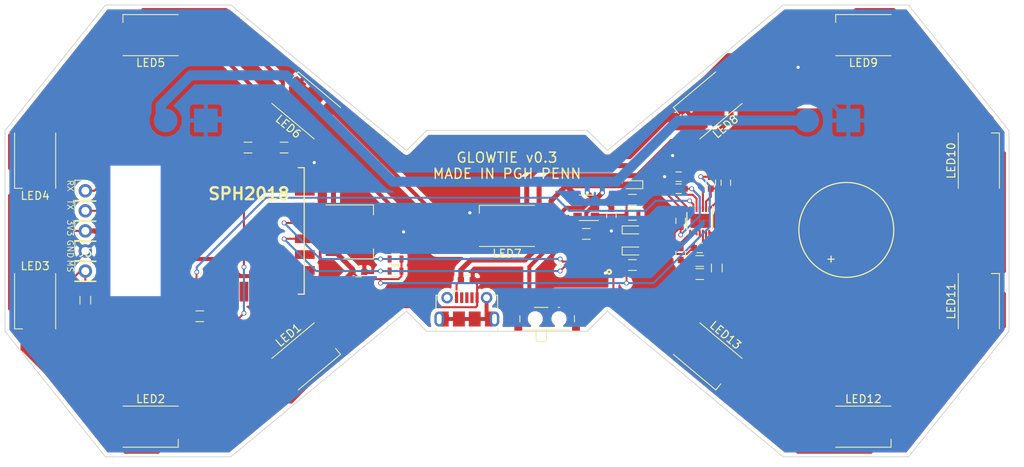
<source format=kicad_pcb>
(kicad_pcb (version 4) (host pcbnew 4.0.7)
  (layers (0 F.Cu signal) (31 B.Cu signal) (34 B.Paste user hide) (35 F.Paste user hide) (36 B.SilkS user) (37 F.SilkS user) (38 B.Mask user) (39 F.Mask user) (44 Edge.Cuts user))
  (net 0 "")
  (net 1 GND)
  (net 2 +3V3)
  (net 3 "Net-(J1-Pad6)")
  (net 4 "Net-(J2-Pad1)")
  (net 5 "Net-(J4-Pad1)")
  (net 6 "Net-(LED1-Pad2)")
  (net 7 "Net-(LED2-Pad2)")
  (net 8 "Net-(LED3-Pad2)")
  (net 9 "Net-(LED4-Pad2)")
  (net 10 "Net-(LED5-Pad2)")
  (net 11 "Net-(LED6-Pad2)")
  (net 12 "Net-(LED7-Pad2)")
  (net 13 "Net-(LED8-Pad2)")
  (net 14 "Net-(LED10-Pad4)")
  (net 15 "Net-(LED10-Pad2)")
  (net 16 "Net-(LED11-Pad2)")
  (net 17 "Net-(LED12-Pad2)")
  (net 18 "Net-(R2-Pad1)")
  (net 19 "Net-(10uF1-Pad1)")
  (net 20 "Net-(10uF2-Pad1)")
  (net 21 "Net-(R470-Pad1)")
  (net 22 "Net-(D1-Pad1)")
  (net 23 "Net-(D2-Pad2)")
  (net 24 +BATT)
  (net 25 "Net-(J5-Pad1)")
  (net 26 LED_SIG)
  (net 27 "Net-(R1-Pad2)")
  (net 28 "Net-(R3-Pad1)")
  (net 29 "Net-(R5-Pad2)")
  (net 30 "Net-(1uF1-Pad1)")
  (net 31 "Net-(10uF5-Pad1)")
  (net 32 "Net-(10uF3-Pad1)")
  (net 33 "Net-(10uF4-Pad1)")
  (net 34 "Net-(10uF5-Pad2)")
  (net 35 "Net-(10uF6-Pad1)")
  (net 36 "Net-(10uF6-Pad2)")
  (net 37 "Net-(R6-Pad1)")
  (net 38 "Net-(R7-Pad1)")
  (net 39 "Net-(R9-Pad2)")
  (net 40 "Net-(R10-Pad2)")
  (net 41 "Net-(U3-Pad2)")
  (net 42 "Net-(D3-Pad2)")
  (net 43 "Net-(D3-Pad1)")
  (module Connectors_USB:USB_Micro-B_Molex-105017-0001 (layer F.Cu) (at 71.12 52.07)
    (fp_text reference J1 hide)
    (fp_text value USB_OTG)
    (pad 6 smd rect (at 1 0.35) (size 1.5 1.9) (layers F.Cu F.Paste F.Mask) (net 3 "Net-(J1-Pad6)"))
    (pad 6 thru_hole circle (at -2.5 -2.35) (size 1.45 1.45) (drill 0.85) (layers *.Cu *.Mask) (net 3 "Net-(J1-Pad6)"))
    (pad 2 smd rect (at -0.65 -2.35) (size 0.4 1.35) (layers F.Cu F.Paste F.Mask))
    (pad 1 smd rect (at -1.3 -2.35) (size 0.4 1.35) (layers F.Cu F.Paste F.Mask) (net 19 "Net-(10uF1-Pad1)"))
    (pad 5 smd rect (at 1.3 -2.35) (size 0.4 1.35) (layers F.Cu F.Paste F.Mask) (net 1 GND))
    (pad 4 smd rect (at 0.65 -2.35) (size 0.4 1.35) (layers F.Cu F.Paste F.Mask))
    (pad 3 smd rect (at 0 -2.35) (size 0.4 1.35) (layers F.Cu F.Paste F.Mask))
    (pad 6 thru_hole circle (at 2.5 -2.35) (size 1.45 1.45) (drill 0.85) (layers *.Cu *.Mask) (net 3 "Net-(J1-Pad6)"))
    (pad 6 smd rect (at -1 0.35) (size 1.5 1.9) (layers F.Cu F.Paste F.Mask) (net 3 "Net-(J1-Pad6)"))
    (pad 6 thru_hole oval (at -3.5 0.35 180) (size 1.2 1.9) (drill oval 0.6 1.3) (layers *.Cu *.Mask) (net 3 "Net-(J1-Pad6)"))
    (pad 6 thru_hole oval (at 3.5 0.35) (size 1.2 1.9) (drill oval 0.6 1.3) (layers *.Cu *.Mask) (net 3 "Net-(J1-Pad6)"))
    (pad 6 smd rect (at 2.9 0.35) (size 1.2 1.9) (layers F.Cu F.Mask) (net 3 "Net-(J1-Pad6)"))
    (pad 6 smd rect (at -2.9 0.35) (size 1.2 1.9) (layers F.Cu F.Mask) (net 3 "Net-(J1-Pad6)"))
  )
  (module LEDs:LED_WS2812B-PLCC4 (layer F.Cu) (at 50.8 57.15 40)
    (fp_text reference LED1 (at 0 -3.5 40) (layer F.SilkS))
    (fp_text value WS2812B)
    (pad 3 smd rect (at 2.5 1.6 40) (size 1.6 1) (layers F.Cu F.Paste F.Mask) (net 1 GND))
    (pad 4 smd rect (at 2.5 -1.6 40) (size 1.6 1) (layers F.Cu F.Paste F.Mask) (net 26 LED_SIG))
    (pad 2 smd rect (at -2.5 1.6 40) (size 1.6 1) (layers F.Cu F.Paste F.Mask) (net 6 "Net-(LED1-Pad2)"))
    (pad 1 smd rect (at -2.5 -1.6 40) (size 1.6 1) (layers F.Cu F.Paste F.Mask) (net 24 +BATT))
  )
  (module LEDs:LED_WS2812B-PLCC4 (layer F.Cu) (at 31.115 66.04)
    (fp_text reference LED2 (at 0 -3.5) (layer F.SilkS))
    (fp_text value WS2812B)
    (pad 3 smd rect (at 2.5 1.6) (size 1.6 1) (layers F.Cu F.Paste F.Mask) (net 1 GND))
    (pad 4 smd rect (at 2.5 -1.6) (size 1.6 1) (layers F.Cu F.Paste F.Mask) (net 6 "Net-(LED1-Pad2)"))
    (pad 2 smd rect (at -2.5 1.6) (size 1.6 1) (layers F.Cu F.Paste F.Mask) (net 7 "Net-(LED2-Pad2)"))
    (pad 1 smd rect (at -2.5 -1.6) (size 1.6 1) (layers F.Cu F.Paste F.Mask) (net 24 +BATT))
  )
  (module LEDs:LED_WS2812B-PLCC4 (layer F.Cu) (at 16.51 50.165 270)
    (fp_text reference LED3 (at -4.445 0 360) (layer F.SilkS))
    (fp_text value WS2812B)
    (pad 3 smd rect (at 2.5 1.6 270) (size 1.6 1) (layers F.Cu F.Paste F.Mask) (net 1 GND))
    (pad 4 smd rect (at 2.5 -1.6 270) (size 1.6 1) (layers F.Cu F.Paste F.Mask) (net 7 "Net-(LED2-Pad2)"))
    (pad 2 smd rect (at -2.5 1.6 270) (size 1.6 1) (layers F.Cu F.Paste F.Mask) (net 8 "Net-(LED3-Pad2)"))
    (pad 1 smd rect (at -2.5 -1.6 270) (size 1.6 1) (layers F.Cu F.Paste F.Mask) (net 24 +BATT))
  )
  (module LEDs:LED_WS2812B-PLCC4 (layer F.Cu) (at 16.51 32.385 270)
    (fp_text reference LED4 (at 4.445 0 540) (layer F.SilkS))
    (fp_text value WS2812B)
    (pad 3 smd rect (at 2.5 1.6 270) (size 1.6 1) (layers F.Cu F.Paste F.Mask) (net 1 GND))
    (pad 4 smd rect (at 2.5 -1.6 270) (size 1.6 1) (layers F.Cu F.Paste F.Mask) (net 8 "Net-(LED3-Pad2)"))
    (pad 2 smd rect (at -2.5 1.6 270) (size 1.6 1) (layers F.Cu F.Paste F.Mask) (net 9 "Net-(LED4-Pad2)"))
    (pad 1 smd rect (at -2.5 -1.6 270) (size 1.6 1) (layers F.Cu F.Paste F.Mask) (net 24 +BATT))
  )
  (module LEDs:LED_WS2812B-PLCC4 (layer F.Cu) (at 31.115 16.51 180)
    (fp_text reference LED5 (at 0 -3.5 180) (layer F.SilkS))
    (fp_text value WS2812B)
    (pad 3 smd rect (at 2.5 1.6 180) (size 1.6 1) (layers F.Cu F.Paste F.Mask) (net 1 GND))
    (pad 4 smd rect (at 2.5 -1.6 180) (size 1.6 1) (layers F.Cu F.Paste F.Mask) (net 9 "Net-(LED4-Pad2)"))
    (pad 2 smd rect (at -2.5 1.6 180) (size 1.6 1) (layers F.Cu F.Paste F.Mask) (net 10 "Net-(LED5-Pad2)"))
    (pad 1 smd rect (at -2.5 -1.6 180) (size 1.6 1) (layers F.Cu F.Paste F.Mask) (net 24 +BATT))
  )
  (module LEDs:LED_WS2812B-PLCC4 (layer F.Cu) (at 50.8 25.4 140)
    (fp_text reference LED6 (at 0 -3.5 140) (layer F.SilkS))
    (fp_text value WS2812B)
    (pad 3 smd rect (at 2.5 1.6 140) (size 1.6 1) (layers F.Cu F.Paste F.Mask) (net 1 GND))
    (pad 4 smd rect (at 2.5 -1.6 140) (size 1.6 1) (layers F.Cu F.Paste F.Mask) (net 10 "Net-(LED5-Pad2)"))
    (pad 2 smd rect (at -2.5 1.6 140) (size 1.6 1) (layers F.Cu F.Paste F.Mask) (net 11 "Net-(LED6-Pad2)"))
    (pad 1 smd rect (at -2.5 -1.6 140) (size 1.6 1) (layers F.Cu F.Paste F.Mask) (net 24 +BATT))
  )
  (module LEDs:LED_WS2812B-PLCC4 (layer F.Cu) (at 76.2 40.64 180)
    (fp_text reference LED7 (at 0 -3.5 180) (layer F.SilkS))
    (fp_text value WS2812B)
    (pad 3 smd rect (at 2.5 1.6 180) (size 1.6 1) (layers F.Cu F.Paste F.Mask) (net 1 GND))
    (pad 4 smd rect (at 2.5 -1.6 180) (size 1.6 1) (layers F.Cu F.Paste F.Mask) (net 11 "Net-(LED6-Pad2)"))
    (pad 2 smd rect (at -2.5 1.6 180) (size 1.6 1) (layers F.Cu F.Paste F.Mask) (net 12 "Net-(LED7-Pad2)"))
    (pad 1 smd rect (at -2.5 -1.6 180) (size 1.6 1) (layers F.Cu F.Paste F.Mask) (net 24 +BATT))
  )
  (module LEDs:LED_WS2812B-PLCC4 (layer F.Cu) (at 101.6 25.4 220)
    (fp_text reference LED8 (at 0 -3.5 220) (layer F.SilkS))
    (fp_text value WS2812B)
    (pad 3 smd rect (at 2.5 1.6 220) (size 1.6 1) (layers F.Cu F.Paste F.Mask) (net 1 GND))
    (pad 4 smd rect (at 2.5 -1.6 220) (size 1.6 1) (layers F.Cu F.Paste F.Mask) (net 12 "Net-(LED7-Pad2)"))
    (pad 2 smd rect (at -2.5 1.6 220) (size 1.6 1) (layers F.Cu F.Paste F.Mask) (net 13 "Net-(LED8-Pad2)"))
    (pad 1 smd rect (at -2.5 -1.6 220) (size 1.6 1) (layers F.Cu F.Paste F.Mask) (net 24 +BATT))
  )
  (module LEDs:LED_WS2812B-PLCC4 (layer F.Cu) (at 121.285 16.51 180)
    (fp_text reference LED9 (at 0 -3.5 180) (layer F.SilkS))
    (fp_text value WS2812B)
    (pad 3 smd rect (at 2.5 1.6 180) (size 1.6 1) (layers F.Cu F.Paste F.Mask) (net 1 GND))
    (pad 4 smd rect (at 2.5 -1.6 180) (size 1.6 1) (layers F.Cu F.Paste F.Mask) (net 13 "Net-(LED8-Pad2)"))
    (pad 2 smd rect (at -2.5 1.6 180) (size 1.6 1) (layers F.Cu F.Paste F.Mask) (net 14 "Net-(LED10-Pad4)"))
    (pad 1 smd rect (at -2.5 -1.6 180) (size 1.6 1) (layers F.Cu F.Paste F.Mask) (net 24 +BATT))
  )
  (module Buttons_Switches_SMD:SW_SPDT_PCM12 (layer F.Cu) (at 81.28 52.07)
    (fp_text reference SW1 hide)
    (fp_text value SW_DPST_x2)
    (pad "" np_thru_hole circle (at -1.5 0.33) (size 0.9 0.9) (drill 0.9) (layers *.Cu *.Mask))
    (pad "" np_thru_hole circle (at 1.5 0.33) (size 0.9 0.9) (drill 0.9) (layers *.Cu *.Mask))
    (pad 1 smd rect (at -2.25 -1.43) (size 0.7 1.5) (layers F.Cu F.Paste F.Mask) (net 20 "Net-(10uF2-Pad1)"))
    (pad 2 smd rect (at 0.75 -1.43) (size 0.7 1.5) (layers F.Cu F.Paste F.Mask) (net 24 +BATT))
    (pad 3 smd rect (at 2.25 -1.43) (size 0.7 1.5) (layers F.Cu F.Paste F.Mask))
    (pad "" smd rect (at -3.65 1.43) (size 1 0.8) (layers F.Cu F.Paste F.Mask))
    (pad "" smd rect (at 3.65 1.43) (size 1 0.8) (layers F.Cu F.Paste F.Mask))
    (pad "" smd rect (at 3.65 -0.78) (size 1 0.8) (layers F.Cu F.Paste F.Mask))
    (pad "" smd rect (at -3.65 -0.78) (size 1 0.8) (layers F.Cu F.Paste F.Mask))
  )
  (module LEDs:LED_WS2812B-PLCC4 (layer F.Cu) (at 135.89 32.385 90)
    (fp_text reference LED10 (at 0 -3.5 90) (layer F.SilkS))
    (fp_text value WS2812B)
    (pad 3 smd rect (at 2.5 1.6 90) (size 1.6 1) (layers F.Cu F.Paste F.Mask) (net 1 GND))
    (pad 4 smd rect (at 2.5 -1.6 90) (size 1.6 1) (layers F.Cu F.Paste F.Mask) (net 14 "Net-(LED10-Pad4)"))
    (pad 2 smd rect (at -2.5 1.6 90) (size 1.6 1) (layers F.Cu F.Paste F.Mask) (net 15 "Net-(LED10-Pad2)"))
    (pad 1 smd rect (at -2.5 -1.6 90) (size 1.6 1) (layers F.Cu F.Paste F.Mask) (net 24 +BATT))
  )
  (module LEDs:LED_WS2812B-PLCC4 (layer F.Cu) (at 135.89 50.165 90)
    (fp_text reference LED11 (at 0 -3.5 90) (layer F.SilkS))
    (fp_text value WS2812B)
    (pad 3 smd rect (at 2.5 1.6 90) (size 1.6 1) (layers F.Cu F.Paste F.Mask) (net 1 GND))
    (pad 4 smd rect (at 2.5 -1.6 90) (size 1.6 1) (layers F.Cu F.Paste F.Mask) (net 15 "Net-(LED10-Pad2)"))
    (pad 2 smd rect (at -2.5 1.6 90) (size 1.6 1) (layers F.Cu F.Paste F.Mask) (net 16 "Net-(LED11-Pad2)"))
    (pad 1 smd rect (at -2.5 -1.6 90) (size 1.6 1) (layers F.Cu F.Paste F.Mask) (net 24 +BATT))
  )
  (module LEDs:LED_WS2812B-PLCC4 (layer F.Cu) (at 121.285 66.04)
    (fp_text reference LED12 (at 0 -3.5) (layer F.SilkS))
    (fp_text value WS2812B)
    (pad 3 smd rect (at 2.5 1.6) (size 1.6 1) (layers F.Cu F.Paste F.Mask) (net 1 GND))
    (pad 4 smd rect (at 2.5 -1.6) (size 1.6 1) (layers F.Cu F.Paste F.Mask) (net 16 "Net-(LED11-Pad2)"))
    (pad 2 smd rect (at -2.5 1.6) (size 1.6 1) (layers F.Cu F.Paste F.Mask) (net 17 "Net-(LED12-Pad2)"))
    (pad 1 smd rect (at -2.5 -1.6) (size 1.6 1) (layers F.Cu F.Paste F.Mask) (net 24 +BATT))
  )
  (module LEDs:LED_WS2812B-PLCC4 (layer F.Cu) (at 101.6 57.15 320)
    (fp_text reference LED13 (at 0 -3.5 320) (layer F.SilkS))
    (fp_text value WS2812B)
    (pad 3 smd rect (at 2.5 1.6 320) (size 1.6 1) (layers F.Cu F.Paste F.Mask) (net 1 GND))
    (pad 4 smd rect (at 2.5 -1.6 320) (size 1.6 1) (layers F.Cu F.Paste F.Mask) (net 17 "Net-(LED12-Pad2)"))
    (pad 2 smd rect (at -2.5 1.6 320) (size 1.6 1) (layers F.Cu F.Paste F.Mask))
    (pad 1 smd rect (at -2.5 -1.6 320) (size 1.6 1) (layers F.Cu F.Paste F.Mask) (net 24 +BATT))
  )
  (module Measurement_Points:Measurement_Point_Round-SMD-Pad_Big (layer F.Cu) (at 114.173 27.305)
    (fp_text reference J8 hide)
    (fp_text value VBATT1)
    (pad 1 smd circle (at 0 0) (size 3 3) (layers B.Cu B.Mask) (net 20 "Net-(10uF2-Pad1)"))
  )
  (module Measurement_Points:Measurement_Point_Round-SMD-Pad_Big (layer F.Cu) (at 33.02 27.305)
    (fp_text reference J9 hide)
    (fp_text value VBATT2)
    (pad 1 smd circle (at 0 0) (size 3 3) (layers B.Cu B.Mask) (net 20 "Net-(10uF2-Pad1)"))
  )
  (module TO_SOT_Packages_SMD:SOT-223 (layer F.Cu) (at 57.404 41.402)
    (fp_text reference U2 hide)
    (fp_text value MCP1826S-3302E)
    (pad 4 smd rect (at 3.15 0) (size 2 3.8) (layers F.Cu F.Paste F.Mask) (net 1 GND))
    (pad 2 smd rect (at -3.15 0) (size 2 1.5) (layers F.Cu F.Paste F.Mask) (net 1 GND))
    (pad 3 smd rect (at -3.15 2.3) (size 2 1.5) (layers F.Cu F.Paste F.Mask) (net 2 +3V3))
    (pad 1 smd rect (at -3.15 -2.3) (size 2 1.5) (layers F.Cu F.Paste F.Mask) (net 24 +BATT))
  )
  (module Pin_Headers:Pin_Header_Straight_1x01_Pitch2.54mm (layer F.Cu) (at 22.86 36.195)
    (fp_text reference J2 hide)
    (fp_text value POGO_RX)
    (pad 1 thru_hole circle (at 0 0) (size 1.7 1.7) (drill 1) (layers *.Cu *.Mask) (net 4 "Net-(J2-Pad1)"))
  )
  (module Pin_Headers:Pin_Header_Straight_1x01_Pitch2.54mm (layer F.Cu) (at 22.86 38.735)
    (fp_text reference J4 hide)
    (fp_text value POGO_TX)
    (pad 1 thru_hole circle (at 0 0) (size 1.7 1.7) (drill 1) (layers *.Cu *.Mask) (net 5 "Net-(J4-Pad1)"))
  )
  (module Pin_Headers:Pin_Header_Straight_1x01_Pitch2.54mm (layer F.Cu) (at 22.86 46.355)
    (fp_text reference J5 (at 0 -2.33) (layer F.SilkS))
    (fp_text value BOOT2)
    (pad 1 thru_hole circle (at 0 0) (size 1.7 1.7) (drill 1) (layers *.Cu *.Mask) (net 25 "Net-(J5-Pad1)"))
  )
  (module Measurement_Points:Measurement_Point_Square-SMD-Pad_Big (layer F.Cu) (at 119.38 27.305)
    (fp_text reference J6 hide)
    (fp_text value GND_BATT1)
    (pad 1 smd rect (at 0 0) (size 3 3) (layers B.Cu B.Mask) (net 1 GND))
  )
  (module Measurement_Points:Measurement_Point_Square-SMD-Pad_Big (layer F.Cu) (at 38.1 27.305)
    (fp_text reference J7 hide)
    (fp_text value GND_BATT2)
    (pad 1 smd rect (at 0 0) (size 3 3) (layers B.Cu B.Mask) (net 1 GND))
  )
  (module ESP8266:ESP-12E_SMD (layer F.Cu) (at 34.925 48.26 90)
    (fp_text reference U3 hide)
    (fp_text value ESP-12F hide)
    (pad 1 smd rect (at 0 0 90) (size 2.5 1.1) (drill (offset -0.7 0)) (layers F.Cu F.Paste F.Mask))
    (pad 2 smd rect (at 0 2 90) (size 2.5 1.1) (drill (offset -0.7 0)) (layers F.Cu F.Paste F.Mask) (net 41 "Net-(U3-Pad2)"))
    (pad 3 smd rect (at 0 4 90) (size 2.5 1.1) (drill (offset -0.7 0)) (layers F.Cu F.Paste F.Mask) (net 27 "Net-(R1-Pad2)"))
    (pad 4 smd rect (at 0 6 90) (size 2.5 1.1) (drill (offset -0.7 0)) (layers F.Cu F.Paste F.Mask))
    (pad 5 smd rect (at 0 8 90) (size 2.5 1.1) (drill (offset -0.7 0)) (layers F.Cu F.Paste F.Mask))
    (pad 6 smd rect (at 0 10 90) (size 2.5 1.1) (drill (offset -0.7 0)) (layers F.Cu F.Paste F.Mask) (net 26 LED_SIG))
    (pad 7 smd rect (at 0 12 90) (size 2.5 1.1) (drill (offset -0.7 0)) (layers F.Cu F.Paste F.Mask))
    (pad 8 smd rect (at 0 14 90) (size 2.5 1.1) (drill (offset -0.7 0)) (layers F.Cu F.Paste F.Mask) (net 2 +3V3))
    (pad 9 smd rect (at 14 14 90) (size 2.5 1.1) (drill (offset 0.7 0)) (layers F.Cu F.Paste F.Mask) (net 1 GND))
    (pad 10 smd rect (at 14 12 90) (size 2.5 1.1) (drill (offset 0.7 0)) (layers F.Cu F.Paste F.Mask) (net 28 "Net-(R3-Pad1)"))
    (pad 11 smd rect (at 14 10 90) (size 2.5 1.1) (drill (offset 0.7 0)) (layers F.Cu F.Paste F.Mask) (net 29 "Net-(R5-Pad2)"))
    (pad 12 smd rect (at 14 8 90) (size 2.5 1.1) (drill (offset 0.7 0)) (layers F.Cu F.Paste F.Mask) (net 25 "Net-(J5-Pad1)"))
    (pad 13 smd rect (at 14 6 90) (size 2.5 1.1) (drill (offset 0.7 0)) (layers F.Cu F.Paste F.Mask))
    (pad 14 smd rect (at 14 4 90) (size 2.5 1.1) (drill (offset 0.7 0)) (layers F.Cu F.Paste F.Mask))
    (pad 15 smd rect (at 14 2 90) (size 2.5 1.1) (drill (offset 0.7 0)) (layers F.Cu F.Paste F.Mask) (net 4 "Net-(J2-Pad1)"))
    (pad 16 smd rect (at 14 0 90) (size 2.5 1.1) (drill (offset 0.7 0)) (layers F.Cu F.Paste F.Mask) (net 5 "Net-(J4-Pad1)"))
    (pad 17 smd rect (at 1.99 15 180) (size 2.5 1.1) (drill (offset -0.7 0)) (layers F.Cu F.Paste F.Mask))
    (pad 18 smd rect (at 3.99 15 180) (size 2.5 1.1) (drill (offset -0.7 0)) (layers F.Cu F.Paste F.Mask))
    (pad 19 smd rect (at 5.99 15 180) (size 2.5 1.1) (drill (offset -0.7 0)) (layers F.Cu F.Paste F.Mask) (net 40 "Net-(R10-Pad2)"))
    (pad 20 smd rect (at 7.99 15 180) (size 2.5 1.1) (drill (offset -0.7 0)) (layers F.Cu F.Paste F.Mask) (net 39 "Net-(R9-Pad2)"))
    (pad 21 smd rect (at 9.99 15 180) (size 2.5 1.1) (drill (offset -0.7 0)) (layers F.Cu F.Paste F.Mask))
    (pad 22 smd rect (at 11.99 15 180) (size 2.5 1.1) (drill (offset -0.7 0)) (layers F.Cu F.Paste F.Mask))
  )
  (module Pin_Headers:Pin_Header_Straight_1x01_Pitch2.54mm (layer F.Cu) (at 22.86 41.275)
    (fp_text reference J10 hide)
    (fp_text value POGO_3V3)
    (pad 1 thru_hole circle (at 0 0) (size 1.7 1.7) (drill 1) (layers *.Cu *.Mask) (net 2 +3V3))
  )
  (module Pin_Headers:Pin_Header_Straight_1x01_Pitch2.54mm (layer F.Cu) (at 22.86 43.815)
    (fp_text reference J11 hide)
    (fp_text value POGO_GND)
    (pad 1 thru_hole circle (at 0 0) (size 1.7 1.7) (drill 1) (layers *.Cu *.Mask) (net 1 GND))
  )
  (module Housings_DFN_QFN:DFN-14-1EP_3x3mm_Pitch0.4mm (layer F.Cu) (at 100.584 40.005 270)
    (fp_text reference U4 hide)
    (fp_text value MAX9814)
    (pad 14 smd rect (at 1.475 -1.2 270) (size 0.7 0.25) (layers F.Cu F.Paste F.Mask) (net 38 "Net-(R7-Pad1)"))
    (pad 13 smd rect (at 1.475 -0.8 270) (size 0.7 0.25) (layers F.Cu F.Paste F.Mask) (net 37 "Net-(R6-Pad1)"))
    (pad 12 smd rect (at 1.475 -0.4 270) (size 0.7 0.25) (layers F.Cu F.Paste F.Mask) (net 34 "Net-(10uF5-Pad2)"))
    (pad 11 smd rect (at 1.475 0 270) (size 0.7 0.25) (layers F.Cu F.Paste F.Mask) (net 31 "Net-(10uF5-Pad1)"))
    (pad 10 smd rect (at 1.475 0.4 270) (size 0.7 0.25) (layers F.Cu F.Paste F.Mask))
    (pad 9 smd rect (at 1.475 0.8 270) (size 0.7 0.25) (layers F.Cu F.Paste F.Mask))
    (pad 6 smd rect (at -1.475 0.8 270) (size 0.7 0.25) (layers F.Cu F.Paste F.Mask) (net 41 "Net-(U3-Pad2)"))
    (pad 5 smd rect (at -1.475 0.4 270) (size 0.7 0.25) (layers F.Cu F.Paste F.Mask) (net 30 "Net-(1uF1-Pad1)"))
    (pad 4 smd rect (at -1.475 0 270) (size 0.7 0.25) (layers F.Cu F.Paste F.Mask) (net 31 "Net-(10uF5-Pad1)"))
    (pad 3 smd rect (at -1.475 -0.4 270) (size 0.7 0.25) (layers F.Cu F.Paste F.Mask) (net 33 "Net-(10uF4-Pad1)"))
    (pad 2 smd rect (at -1.475 -0.8 270) (size 0.7 0.25) (layers F.Cu F.Paste F.Mask) (net 30 "Net-(1uF1-Pad1)"))
    (pad 1 smd rect (at -1.475 -1.2 270) (size 0.7 0.25) (layers F.Cu F.Paste F.Mask) (net 32 "Net-(10uF3-Pad1)"))
    (pad 7 smd rect (at -1.475 1.2 270) (size 0.7 0.25) (layers F.Cu F.Paste F.Mask) (net 1 GND))
    (pad 8 smd rect (at 1.475 1.2 270) (size 0.7 0.25) (layers F.Cu F.Paste F.Mask) (net 36 "Net-(10uF6-Pad2)"))
    (pad 15 smd rect (at -0.445 -0.5875 270) (size 0.89 1.175) (layers F.Cu F.Paste F.Mask))
    (pad 15 smd rect (at 0.445 -0.5875 270) (size 0.89 1.175) (layers F.Cu F.Paste F.Mask))
    (pad 15 smd rect (at 0.445 0.5875 270) (size 0.89 1.175) (layers F.Cu F.Paste F.Mask))
    (pad 15 smd rect (at -0.445 0.5875 270) (size 0.89 1.175) (layers F.Cu F.Paste F.Mask))
  )
  (module Capacitors_SMD:C_0603 (layer F.Cu) (at 98.171 40.005 270)
    (fp_text reference 1uF1 hide)
    (fp_text value C)
    (pad 2 smd rect (at 0.75 0 270) (size 0.8 0.75) (layers F.Cu F.Paste F.Mask) (net 31 "Net-(10uF5-Pad1)"))
    (pad 1 smd rect (at -0.75 0 270) (size 0.8 0.75) (layers F.Cu F.Paste F.Mask) (net 30 "Net-(1uF1-Pad1)"))
  )
  (module Capacitors_SMD:C_0603 (layer F.Cu) (at 57.404 46.482)
    (fp_text reference 1uF3 hide)
    (fp_text value C)
    (pad 2 smd rect (at 0.75 0) (size 0.8 0.75) (layers F.Cu F.Paste F.Mask) (net 1 GND))
    (pad 1 smd rect (at -0.75 0) (size 0.8 0.75) (layers F.Cu F.Paste F.Mask) (net 2 +3V3))
  )
  (module Capacitors_SMD:C_0603 (layer F.Cu) (at 71.12 47.498)
    (fp_text reference 10uF1 hide)
    (fp_text value C)
    (pad 2 smd rect (at 0.75 0) (size 0.8 0.75) (layers F.Cu F.Paste F.Mask) (net 1 GND))
    (pad 1 smd rect (at -0.75 0) (size 0.8 0.75) (layers F.Cu F.Paste F.Mask) (net 19 "Net-(10uF1-Pad1)"))
  )
  (module Capacitors_SMD:C_0603 (layer F.Cu) (at 89.408 39.243 270)
    (fp_text reference 10uF2 hide)
    (fp_text value C)
    (pad 2 smd rect (at 0.75 0 270) (size 0.8 0.75) (layers F.Cu F.Paste F.Mask) (net 1 GND))
    (pad 1 smd rect (at -0.75 0 270) (size 0.8 0.75) (layers F.Cu F.Paste F.Mask) (net 20 "Net-(10uF2-Pad1)"))
  )
  (module Capacitors_SMD:C_0603 (layer F.Cu) (at 103.886 35.179 90)
    (fp_text reference 10uF3 hide)
    (fp_text value C)
    (pad 2 smd rect (at 0.75 0 90) (size 0.8 0.75) (layers F.Cu F.Paste F.Mask) (net 1 GND))
    (pad 1 smd rect (at -0.75 0 90) (size 0.8 0.75) (layers F.Cu F.Paste F.Mask) (net 32 "Net-(10uF3-Pad1)"))
  )
  (module Capacitors_SMD:C_0603 (layer F.Cu) (at 97.917 34.417 180)
    (fp_text reference 10uF4 hide)
    (fp_text value C)
    (pad 2 smd rect (at 0.75 0 180) (size 0.8 0.75) (layers F.Cu F.Paste F.Mask) (net 1 GND))
    (pad 1 smd rect (at -0.75 0 180) (size 0.8 0.75) (layers F.Cu F.Paste F.Mask) (net 33 "Net-(10uF4-Pad1)"))
  )
  (module Capacitors_SMD:C_0603 (layer F.Cu) (at 100.584 43.434)
    (fp_text reference 10uF5 hide)
    (fp_text value C)
    (pad 2 smd rect (at 0.75 0) (size 0.8 0.75) (layers F.Cu F.Paste F.Mask) (net 34 "Net-(10uF5-Pad2)"))
    (pad 1 smd rect (at -0.75 0) (size 0.8 0.75) (layers F.Cu F.Paste F.Mask) (net 31 "Net-(10uF5-Pad1)"))
  )
  (module Capacitors_SMD:C_0603 (layer F.Cu) (at 98.171 44.196 90)
    (fp_text reference 10uF6 hide)
    (fp_text value C)
    (pad 2 smd rect (at 0.75 0 90) (size 0.8 0.75) (layers F.Cu F.Paste F.Mask) (net 36 "Net-(10uF6-Pad2)"))
    (pad 1 smd rect (at -0.75 0 90) (size 0.8 0.75) (layers F.Cu F.Paste F.Mask) (net 35 "Net-(10uF6-Pad1)"))
  )
  (module LEDs:LED_0603 (layer F.Cu) (at 92.075 35.433 180)
    (fp_text reference D1 hide)
    (fp_text value "LED(YELLOW)")
    (pad 2 smd rect (at 0.8 0) (size 0.8 0.8) (layers F.Cu F.Paste F.Mask) (net 19 "Net-(10uF1-Pad1)"))
    (pad 1 smd rect (at -0.8 0) (size 0.8 0.8) (layers F.Cu F.Paste F.Mask) (net 22 "Net-(D1-Pad1)"))
  )
  (module LEDs:LED_0603 (layer F.Cu) (at 92.075 41.148)
    (fp_text reference D2 hide)
    (fp_text value "LED(GREEN)")
    (pad 2 smd rect (at 0.8 0 180) (size 0.8 0.8) (layers F.Cu F.Paste F.Mask) (net 23 "Net-(D2-Pad2)"))
    (pad 1 smd rect (at -0.8 0 180) (size 0.8 0.8) (layers F.Cu F.Paste F.Mask) (net 1 GND))
  )
  (module Capacitors_SMD:C_0603 (layer F.Cu) (at 101.981 35.179 90)
    (fp_text reference L1 hide)
    (fp_text value Ferrite_Bead_Small)
    (pad 2 smd rect (at 0.75 0 90) (size 0.8 0.75) (layers F.Cu F.Paste F.Mask) (net 2 +3V3))
    (pad 1 smd rect (at -0.75 0 90) (size 0.8 0.75) (layers F.Cu F.Paste F.Mask) (net 30 "Net-(1uF1-Pad1)"))
  )
  (module Capacitors_SMD:C_0603 (layer F.Cu) (at 97.917 35.941 180)
    (fp_text reference L2 hide)
    (fp_text value Ferrite_Bead_Small)
    (pad 2 smd rect (at 0.75 0 180) (size 0.8 0.75) (layers F.Cu F.Paste F.Mask) (net 1 GND))
    (pad 1 smd rect (at -0.75 0 180) (size 0.8 0.75) (layers F.Cu F.Paste F.Mask) (net 31 "Net-(10uF5-Pad1)"))
  )
  (module stephen:CMC-6013_ELECTRET_MIC (layer F.Cu) (at 119.126 41.148 90)
    (fp_text reference MK1 hide)
    (fp_text value Microphone)
    (fp_text user + (at -3.7 -2 90) (layer F.SilkS))
    (pad 1 smd rect (at -2.286 0 90) (size 1.5 2) (layers F.Cu F.Paste F.Mask) (net 35 "Net-(10uF6-Pad1)"))
    (pad 2 smd oval (at 2.286 0 90) (size 1.5 2) (layers F.Cu F.Paste F.Mask) (net 31 "Net-(10uF5-Pad1)"))
  )
  (module Resistors_SMD:R_0603 (layer F.Cu) (at 37.338 52.07)
    (fp_text reference R1 hide)
    (fp_text value 10K)
    (pad 1 smd rect (at -0.75 0) (size 0.5 0.9) (layers F.Cu F.Paste F.Mask) (net 2 +3V3))
    (pad 2 smd rect (at 0.75 0) (size 0.5 0.9) (layers F.Cu F.Paste F.Mask) (net 27 "Net-(R1-Pad2)"))
  )
  (module Resistors_SMD:R_0603 (layer F.Cu) (at 86.233 41.656)
    (fp_text reference R2 hide)
    (fp_text value 2K)
    (pad 1 smd rect (at -0.75 0) (size 0.5 0.9) (layers F.Cu F.Paste F.Mask) (net 18 "Net-(R2-Pad1)"))
    (pad 2 smd rect (at 0.75 0) (size 0.5 0.9) (layers F.Cu F.Paste F.Mask) (net 1 GND))
  )
  (module Resistors_SMD:R_0603 (layer F.Cu) (at 48.006 30.734)
    (fp_text reference R3 hide)
    (fp_text value 10K)
    (pad 1 smd rect (at -0.75 0) (size 0.5 0.9) (layers F.Cu F.Paste F.Mask) (net 28 "Net-(R3-Pad1)"))
    (pad 2 smd rect (at 0.75 0) (size 0.5 0.9) (layers F.Cu F.Paste F.Mask) (net 1 GND))
  )
  (module Resistors_SMD:R_0603 (layer F.Cu) (at 22.86 50.038 90)
    (fp_text reference R4 hide)
    (fp_text value 10K)
    (pad 1 smd rect (at -0.75 0 90) (size 0.5 0.9) (layers F.Cu F.Paste F.Mask) (net 2 +3V3))
    (pad 2 smd rect (at 0.75 0 90) (size 0.5 0.9) (layers F.Cu F.Paste F.Mask) (net 25 "Net-(J5-Pad1)"))
  )
  (module Resistors_SMD:R_0603 (layer F.Cu) (at 43.434 30.734)
    (fp_text reference R5 hide)
    (fp_text value 10K)
    (pad 1 smd rect (at -0.75 0) (size 0.5 0.9) (layers F.Cu F.Paste F.Mask) (net 2 +3V3))
    (pad 2 smd rect (at 0.75 0) (size 0.5 0.9) (layers F.Cu F.Paste F.Mask) (net 29 "Net-(R5-Pad2)"))
  )
  (module Resistors_SMD:R_0603 (layer F.Cu) (at 100.584 45.085 180)
    (fp_text reference R6 hide)
    (fp_text value 2K)
    (pad 1 smd rect (at -0.75 0 180) (size 0.5 0.9) (layers F.Cu F.Paste F.Mask) (net 37 "Net-(R6-Pad1)"))
    (pad 2 smd rect (at 0.75 0 180) (size 0.5 0.9) (layers F.Cu F.Paste F.Mask) (net 35 "Net-(10uF6-Pad1)"))
  )
  (module Resistors_SMD:R_0603 (layer F.Cu) (at 102.743 45.974 90)
    (fp_text reference R7 hide)
    (fp_text value 2K)
    (pad 1 smd rect (at -0.75 0 90) (size 0.5 0.9) (layers F.Cu F.Paste F.Mask) (net 38 "Net-(R7-Pad1)"))
    (pad 2 smd rect (at 0.75 0 90) (size 0.5 0.9) (layers F.Cu F.Paste F.Mask) (net 37 "Net-(R6-Pad1)"))
  )
  (module Resistors_SMD:R_0603 (layer F.Cu) (at 100.584 46.736 180)
    (fp_text reference R8 hide)
    (fp_text value 2K)
    (pad 1 smd rect (at -0.75 0 180) (size 0.5 0.9) (layers F.Cu F.Paste F.Mask) (net 38 "Net-(R7-Pad1)"))
    (pad 2 smd rect (at 0.75 0 180) (size 0.5 0.9) (layers F.Cu F.Paste F.Mask) (net 31 "Net-(10uF5-Pad1)"))
  )
  (module Resistors_SMD:R_0603 (layer F.Cu) (at 62.103 44.831 180)
    (fp_text reference R9 hide)
    (fp_text value 10K)
    (pad 1 smd rect (at -0.75 0 180) (size 0.5 0.9) (layers F.Cu F.Paste F.Mask) (net 2 +3V3))
    (pad 2 smd rect (at 0.75 0 180) (size 0.5 0.9) (layers F.Cu F.Paste F.Mask) (net 39 "Net-(R9-Pad2)"))
  )
  (module Resistors_SMD:R_0603 (layer F.Cu) (at 62.103 46.355 180)
    (fp_text reference R10 hide)
    (fp_text value 10K)
    (pad 1 smd rect (at -0.75 0 180) (size 0.5 0.9) (layers F.Cu F.Paste F.Mask) (net 2 +3V3))
    (pad 2 smd rect (at 0.75 0 180) (size 0.5 0.9) (layers F.Cu F.Paste F.Mask) (net 40 "Net-(R10-Pad2)"))
  )
  (module Resistors_SMD:R_0603 (layer F.Cu) (at 92.075 37.338)
    (fp_text reference R470 hide)
    (fp_text value R)
    (pad 1 smd rect (at -0.75 0) (size 0.5 0.9) (layers F.Cu F.Paste F.Mask) (net 21 "Net-(R470-Pad1)"))
    (pad 2 smd rect (at 0.75 0) (size 0.5 0.9) (layers F.Cu F.Paste F.Mask) (net 22 "Net-(D1-Pad1)"))
  )
  (module Resistors_SMD:R_0603 (layer F.Cu) (at 92.075 39.243)
    (fp_text reference R470_1 hide)
    (fp_text value R)
    (pad 1 smd rect (at -0.75 0) (size 0.5 0.9) (layers F.Cu F.Paste F.Mask) (net 21 "Net-(R470-Pad1)"))
    (pad 2 smd rect (at 0.75 0) (size 0.5 0.9) (layers F.Cu F.Paste F.Mask) (net 23 "Net-(D2-Pad2)"))
  )
  (module TO_SOT_Packages_SMD:SOT-23-5 (layer F.Cu) (at 86.233 38.354 180)
    (fp_text reference U1 hide)
    (fp_text value MCP73831)
    (pad 1 smd rect (at -1.1 -0.95 180) (size 1.06 0.65) (layers F.Cu F.Paste F.Mask) (net 21 "Net-(R470-Pad1)"))
    (pad 2 smd rect (at -1.1 0 180) (size 1.06 0.65) (layers F.Cu F.Paste F.Mask) (net 1 GND))
    (pad 3 smd rect (at -1.1 0.95 180) (size 1.06 0.65) (layers F.Cu F.Paste F.Mask) (net 20 "Net-(10uF2-Pad1)"))
    (pad 4 smd rect (at 1.1 0.95 180) (size 1.06 0.65) (layers F.Cu F.Paste F.Mask) (net 19 "Net-(10uF1-Pad1)"))
    (pad 5 smd rect (at 1.1 -0.95 180) (size 1.06 0.65) (layers F.Cu F.Paste F.Mask) (net 18 "Net-(R2-Pad1)"))
  )
  (module LEDs:LED_0603 (layer F.Cu) (at 92.075 43.815)
    (fp_text reference D3 hide)
    (fp_text value "LED(RED)")
    (pad 2 smd rect (at 0.8 0 180) (size 0.8 0.8) (layers F.Cu F.Paste F.Mask) (net 42 "Net-(D3-Pad2)"))
    (pad 1 smd rect (at -0.8 0 180) (size 0.8 0.8) (layers F.Cu F.Paste F.Mask) (net 43 "Net-(D3-Pad1)"))
  )
  (module Resistors_SMD:R_0603 (layer F.Cu) (at 92.075 45.593 180)
    (fp_text reference R470_2 hide)
    (fp_text value R)
    (pad 1 smd rect (at -0.75 0 180) (size 0.5 0.9) (layers F.Cu F.Paste F.Mask) (net 42 "Net-(D3-Pad2)"))
    (pad 2 smd rect (at 0.75 0 180) (size 0.5 0.9) (layers F.Cu F.Paste F.Mask) (net 2 +3V3))
  )
  (module LC709203FQH-01TWG:SON65P400X300X80-9N (layer F.Cu) (at 86.741 44.831 180)
    (fp_text reference U5 hide)
    (fp_text value LC709203F hide)
    (pad 1 smd rect (at -1.9 -0.975 270) (size 0.3 0.95) (layers F.Cu F.Paste F.Mask) (net 1 GND))
    (pad 2 smd rect (at -1.9 -0.325 270) (size 0.3 0.95) (layers F.Cu F.Paste F.Mask) (net 1 GND))
    (pad 3 smd rect (at -1.9 0.325 270) (size 0.3 0.95) (layers F.Cu F.Paste F.Mask) (net 24 +BATT))
    (pad 4 smd rect (at -1.9 0.975 270) (size 0.3 0.95) (layers F.Cu F.Paste F.Mask) (net 43 "Net-(D3-Pad1)"))
    (pad 5 smd rect (at 1.9 0.975 270) (size 0.3 0.95) (layers F.Cu F.Paste F.Mask))
    (pad 6 smd rect (at 1.9 0.325 270) (size 0.3 0.95) (layers F.Cu F.Paste F.Mask))
    (pad 7 smd rect (at 1.9 -0.325 270) (size 0.3 0.95) (layers F.Cu F.Paste F.Mask) (net 39 "Net-(R9-Pad2)"))
    (pad 8 smd rect (at 1.9 -0.975 270) (size 0.3 0.95) (layers F.Cu F.Paste F.Mask) (net 40 "Net-(R10-Pad2)"))
    (pad 9 smd rect (at 0 0 180) (size 1.9 2.5) (layers F.Cu F.Paste F.Mask))
  )
  (gr_text SPH2018 (at 43.561 36.576) (layer F.SilkS) (effects (font (size 1.5 1.5) (thickness 0.3))))
  (gr_text "GLOWTIE v0.3\nMADE IN PGH PENN" (at 76.2 33.02) (layer F.SilkS) (effects (font (size 1.27 1.27) (thickness 0.1778))))
  (gr_text MS (at 20.955 45.72 270) (layer F.SilkS) (effects (font (size 0.762 0.762) (thickness 0.1016))))
  (gr_text GND (at 20.955 43.561 270) (layer F.SilkS) (effects (font (size 0.762 0.762) (thickness 0.1016))))
  (gr_text 3V3 (at 20.955 40.894 270) (layer F.SilkS) (effects (font (size 0.762 0.762) (thickness 0.1016))))
  (gr_text TX (at 20.955 37.973 270) (layer F.SilkS) (effects (font (size 0.762 0.762) (thickness 0.1016))))
  (gr_text RX (at 20.955 35.56 270) (layer F.SilkS) (effects (font (size 0.762 0.762) (thickness 0.1016))))
  (gr_line (start 12.7 28.575) (end 12.7 53.975) (angle 90) (layer Edge.Cuts) (width 0.1))
  (gr_line (start 139.7 53.975) (end 139.7 28.575) (angle 90) (layer Edge.Cuts) (width 0.1))
  (gr_line (start 111.125 69.85) (end 88.9 51.435) (angle 90) (layer Edge.Cuts) (width 0.1))
  (gr_line (start 127 69.85) (end 111.125 69.85) (angle 90) (layer Edge.Cuts) (width 0.1))
  (gr_line (start 139.7 53.975) (end 127 69.85) (angle 90) (layer Edge.Cuts) (width 0.1))
  (gr_line (start 111.125 12.7) (end 88.9 31.115) (angle 90) (layer Edge.Cuts) (width 0.1))
  (gr_line (start 127 12.7) (end 111.125 12.7) (angle 90) (layer Edge.Cuts) (width 0.1))
  (gr_line (start 127 12.7) (end 139.7 28.575) (angle 90) (layer Edge.Cuts) (width 0.1))
  (gr_line (start 86.36 28.575) (end 88.9 31.115) (angle 90) (layer Edge.Cuts) (width 0.1))
  (gr_line (start 66.04 28.575) (end 86.36 28.575) (angle 90) (layer Edge.Cuts) (width 0.1))
  (gr_line (start 63.5 31.115) (end 66.04 28.575) (angle 90) (layer Edge.Cuts) (width 0.1))
  (gr_line (start 63.5 31.115) (end 41.275 12.7) (angle 90) (layer Edge.Cuts) (width 0.1))
  (gr_line (start 41.275 69.85) (end 63.5 51.435) (angle 90) (layer Edge.Cuts) (width 0.1))
  (gr_line (start 66.04 53.975) (end 63.5 51.435) (angle 90) (layer Edge.Cuts) (width 0.1))
  (gr_line (start 76.2 53.975) (end 66.04 53.975) (angle 90) (layer Edge.Cuts) (width 0.1))
  (gr_line (start 86.36 53.975) (end 88.9 51.435) (angle 90) (layer Edge.Cuts) (width 0.1))
  (gr_line (start 76.2 53.975) (end 86.36 53.975) (angle 90) (layer Edge.Cuts) (width 0.1))
  (gr_line (start 25.4 12.7) (end 41.275 12.7) (angle 90) (layer Edge.Cuts) (width 0.1))
  (gr_line (start 25.4 69.85) (end 41.275 69.85) (angle 90) (layer Edge.Cuts) (width 0.1))
  (gr_line (start 12.7 53.975) (end 25.4 69.85) (angle 90) (layer Edge.Cuts) (width 0.1))
  (gr_line (start 25.4 12.7) (end 12.7 28.575) (angle 90) (layer Edge.Cuts) (width 0.1))
  (segment (start 102.997 32.893) (end 101.854 31.75) (width 0.254) (layer F.Cu) (net 1))
  (segment (start 103.886 33.782) (end 102.997 32.893) (width 0.254) (layer F.Cu) (net 1))
  (segment (start 103.886 34.429) (end 103.886 33.782) (width 0.254) (layer F.Cu) (net 1))
  (segment (start 96.139 32.766) (end 97.155 31.75) (width 0.254) (layer B.Cu) (net 1))
  (via (at 96.139 34.417) (size 0.6) (drill 0.4) (layers F.Cu B.Cu) (net 1))
  (segment (start 96.139 34.417) (end 97.167 34.417) (width 0.254) (layer F.Cu) (net 1))
  (via (at 97.155 31.75) (size 0.6) (drill 0.4) (layers F.Cu B.Cu) (net 1))
  (segment (start 96.139 34.417) (end 96.139 32.766) (width 0.254) (layer B.Cu) (net 1))
  (segment (start 101.854 31.75) (end 97.155 31.75) (width 0.254) (layer F.Cu) (net 1))
  (segment (start 113.03 20.574) (end 113.03 20.955) (width 0.508) (layer B.Cu) (net 1))
  (segment (start 113.03 20.955) (end 119.38 27.305) (width 0.508) (layer B.Cu) (net 1))
  (segment (start 60.554 41.402) (end 63.119 41.402) (width 0.508) (layer F.Cu) (net 1))
  (via (at 63.119 41.402) (size 0.6) (drill 0.4) (layers F.Cu B.Cu) (net 1))
  (segment (start 63.119 41.402) (end 65.532 38.989) (width 0.508) (layer B.Cu) (net 1))
  (segment (start 65.532 38.989) (end 71.501 38.989) (width 0.508) (layer B.Cu) (net 1))
  (via (at 71.501 38.989) (size 0.6) (drill 0.4) (layers F.Cu B.Cu) (net 1))
  (segment (start 88.641 45.806) (end 88.641 46.604) (width 0.254) (layer F.Cu) (net 1))
  (segment (start 88.641 46.604) (end 88.646 46.609) (width 0.254) (layer F.Cu) (net 1))
  (via (at 88.646 46.609) (size 0.6) (drill 0.4) (layers F.Cu B.Cu) (net 1))
  (segment (start 89.408 39.993) (end 89.408 41.275) (width 0.254) (layer F.Cu) (net 1))
  (via (at 89.408 41.275) (size 0.6) (drill 0.4) (layers F.Cu B.Cu) (net 1))
  (segment (start 59.585273 50.927) (end 53.743571 56.768702) (width 0.254) (layer F.Cu) (net 1))
  (segment (start 72.263 50.927) (end 59.585273 50.927) (width 0.254) (layer F.Cu) (net 1))
  (segment (start 72.42 50.77) (end 72.263 50.927) (width 0.254) (layer F.Cu) (net 1))
  (segment (start 72.42 49.72) (end 72.42 50.77) (width 0.254) (layer F.Cu) (net 1))
  (segment (start 114.554 19.05) (end 113.03 20.574) (width 0.508) (layer F.Cu) (net 1))
  (via (at 113.03 20.574) (size 0.6) (drill 0.4) (layers F.Cu B.Cu) (net 1))
  (segment (start 104.14 19.05) (end 99.949 23.241) (width 0.508) (layer F.Cu) (net 1))
  (segment (start 99.949 23.241) (end 98.425 24.765) (width 0.508) (layer F.Cu) (net 1))
  (segment (start 98.425 24.765) (end 98.425 25.549869) (width 0.508) (layer F.Cu) (net 1))
  (segment (start 98.425 25.549869) (end 98.656429 25.781298) (width 0.508) (layer F.Cu) (net 1))
  (segment (start 98.656429 25.781298) (end 97.408702 25.781298) (width 0.508) (layer F.Cu) (net 1))
  (segment (start 97.408702 25.781298) (end 91.313 31.877) (width 0.508) (layer F.Cu) (net 1))
  (segment (start 91.313 31.877) (end 76.327 31.877) (width 0.508) (layer F.Cu) (net 1))
  (segment (start 76.327 31.877) (end 73.7 34.504) (width 0.508) (layer F.Cu) (net 1))
  (segment (start 73.7 34.504) (end 73.7 39.04) (width 0.508) (layer F.Cu) (net 1))
  (segment (start 51.816 34.417) (end 51.816 32.639) (width 0.508) (layer F.Cu) (net 1))
  (via (at 51.816 32.639) (size 0.6) (drill 0.4) (layers F.Cu B.Cu) (net 1))
  (segment (start 51.816 32.639) (end 46.228 27.051) (width 0.508) (layer B.Cu) (net 1))
  (segment (start 46.228 27.051) (end 38.481 27.051) (width 0.508) (layer B.Cu) (net 1))
  (segment (start 38.481 27.051) (end 38.1 26.67) (width 0.508) (layer B.Cu) (net 1))
  (segment (start 97.675 36.969) (end 97.155 36.449) (width 0.254) (layer F.Cu) (net 1))
  (segment (start 98.806 38.1) (end 97.675 36.969) (width 0.254) (layer F.Cu) (net 1))
  (segment (start 97.155 36.449) (end 97.155 35.953) (width 0.254) (layer F.Cu) (net 1))
  (segment (start 97.155 35.953) (end 97.167 35.941) (width 0.254) (layer F.Cu) (net 1))
  (segment (start 97.167 35.941) (end 97.167 34.417) (width 0.254) (layer F.Cu) (net 1))
  (segment (start 87.333 38.354) (end 86.868 38.354) (width 0.508) (layer F.Cu) (net 1))
  (segment (start 86.868 38.354) (end 86.233 38.989) (width 0.508) (layer F.Cu) (net 1))
  (segment (start 86.233 38.989) (end 86.233 40.906) (width 0.508) (layer F.Cu) (net 1))
  (segment (start 86.233 40.906) (end 86.983 41.656) (width 0.508) (layer F.Cu) (net 1))
  (segment (start 91.275 41.148) (end 90.563 41.148) (width 0.254) (layer F.Cu) (net 1))
  (segment (start 90.563 41.148) (end 89.408 39.993) (width 0.254) (layer F.Cu) (net 1))
  (segment (start 86.983 41.656) (end 87.745 41.656) (width 0.254) (layer F.Cu) (net 1))
  (segment (start 87.745 41.656) (end 89.408 39.993) (width 0.254) (layer F.Cu) (net 1))
  (segment (start 88.641 45.156) (end 88.641 45.806) (width 0.254) (layer F.Cu) (net 1))
  (segment (start 98.806 38.1) (end 99.187 38.481) (width 0.254) (layer F.Cu) (net 1))
  (segment (start 99.187 38.481) (end 99.335 38.481) (width 0.254) (layer F.Cu) (net 1))
  (segment (start 99.335 38.481) (end 99.384 38.53) (width 0.254) (layer F.Cu) (net 1))
  (segment (start 98.855 38.149) (end 98.806 38.1) (width 0.254) (layer F.Cu) (net 1))
  (segment (start 99.384 38.53) (end 99.384 38.424) (width 0.254) (layer F.Cu) (net 1))
  (segment (start 52.578 35.179) (end 51.816 34.417) (width 0.635) (layer F.Cu) (net 1))
  (segment (start 53.213 41.402) (end 52.578 40.767) (width 0.635) (layer F.Cu) (net 1))
  (segment (start 52.578 40.767) (end 52.578 35.179) (width 0.635) (layer F.Cu) (net 1))
  (segment (start 54.254 41.402) (end 53.213 41.402) (width 0.635) (layer F.Cu) (net 1))
  (segment (start 51.816 34.417) (end 49.082 34.417) (width 0.635) (layer F.Cu) (net 1))
  (segment (start 49.082 34.417) (end 48.925 34.26) (width 0.635) (layer F.Cu) (net 1))
  (segment (start 54.254 41.402) (end 60.554 41.402) (width 0.635) (layer F.Cu) (net 1))
  (segment (start 72.42 49.72) (end 72.42 48.048) (width 0.254) (layer F.Cu) (net 1))
  (segment (start 72.42 48.048) (end 71.87 47.498) (width 0.254) (layer F.Cu) (net 1))
  (segment (start 33.615 67.64) (end 42.215 67.64) (width 0.5) (layer F.Cu) (net 1))
  (segment (start 42.215 67.64) (end 46.99 62.865) (width 0.5) (layer F.Cu) (net 1))
  (segment (start 46.99 62.865) (end 48.895 62.865) (width 0.5) (layer F.Cu) (net 1))
  (segment (start 48.895 62.865) (end 53.743571 58.016429) (width 0.5) (layer F.Cu) (net 1))
  (segment (start 53.743571 58.016429) (end 53.743571 56.768702) (width 0.5) (layer F.Cu) (net 1))
  (segment (start 14.91 52.665) (end 14.91 56.185) (width 0.5) (layer F.Cu) (net 1))
  (segment (start 14.91 56.185) (end 27.94 69.215) (width 0.5) (layer F.Cu) (net 1))
  (segment (start 27.94 69.215) (end 32.04 69.215) (width 0.5) (layer F.Cu) (net 1))
  (segment (start 32.04 69.215) (end 33.615 67.64) (width 0.5) (layer F.Cu) (net 1))
  (segment (start 14.91 34.885) (end 14.91 35.255) (width 0.5) (layer F.Cu) (net 1))
  (segment (start 14.91 35.255) (end 13.335 36.83) (width 0.5) (layer F.Cu) (net 1))
  (segment (start 13.335 51.09) (end 14.91 52.665) (width 0.5) (layer F.Cu) (net 1))
  (segment (start 13.335 36.83) (end 13.335 51.09) (width 0.5) (layer F.Cu) (net 1))
  (segment (start 28.615 14.91) (end 27.635 14.91) (width 0.5) (layer F.Cu) (net 1))
  (segment (start 13.335 33.31) (end 14.91 34.885) (width 0.5) (layer F.Cu) (net 1))
  (segment (start 13.335 29.21) (end 13.335 33.31) (width 0.5) (layer F.Cu) (net 1))
  (segment (start 27.635 14.91) (end 13.335 29.21) (width 0.5) (layer F.Cu) (net 1))
  (segment (start 49.913349 22.56736) (end 49.87236 22.56736) (width 0.5) (layer F.Cu) (net 1))
  (segment (start 49.87236 22.56736) (end 40.64 13.335) (width 0.5) (layer F.Cu) (net 1))
  (segment (start 30.19 13.335) (end 28.615 14.91) (width 0.5) (layer F.Cu) (net 1))
  (segment (start 40.64 13.335) (end 30.19 13.335) (width 0.5) (layer F.Cu) (net 1))
  (segment (start 104.14 19.05) (end 114.554 19.05) (width 0.5) (layer F.Cu) (net 1))
  (segment (start 114.554 19.05) (end 114.645 19.05) (width 0.5) (layer F.Cu) (net 1))
  (segment (start 114.645 19.05) (end 118.785 14.91) (width 0.5) (layer F.Cu) (net 1))
  (segment (start 137.49 29.885) (end 137.49 27) (width 0.5) (layer F.Cu) (net 1))
  (segment (start 120.36 13.335) (end 118.785 14.91) (width 0.5) (layer F.Cu) (net 1))
  (segment (start 125.095 13.335) (end 120.36 13.335) (width 0.5) (layer F.Cu) (net 1))
  (segment (start 125.73 13.97) (end 125.095 13.335) (width 0.5) (layer F.Cu) (net 1))
  (segment (start 125.73 15.24) (end 125.73 13.97) (width 0.5) (layer F.Cu) (net 1))
  (segment (start 137.49 27) (end 125.73 15.24) (width 0.5) (layer F.Cu) (net 1))
  (segment (start 137.49 47.665) (end 137.755 47.665) (width 0.5) (layer F.Cu) (net 1))
  (segment (start 137.755 47.665) (end 139.065 46.355) (width 0.5) (layer F.Cu) (net 1))
  (segment (start 139.065 31.46) (end 137.49 29.885) (width 0.5) (layer F.Cu) (net 1))
  (segment (start 139.065 46.355) (end 139.065 31.46) (width 0.5) (layer F.Cu) (net 1))
  (segment (start 123.785 67.64) (end 124.765 67.64) (width 0.5) (layer F.Cu) (net 1))
  (segment (start 139.065 49.24) (end 137.49 47.665) (width 0.5) (layer F.Cu) (net 1))
  (segment (start 139.065 53.34) (end 139.065 49.24) (width 0.5) (layer F.Cu) (net 1))
  (segment (start 124.765 67.64) (end 139.065 53.34) (width 0.5) (layer F.Cu) (net 1))
  (segment (start 102.486651 59.98264) (end 103.79764 59.98264) (width 0.5) (layer F.Cu) (net 1))
  (segment (start 122.21 69.215) (end 123.785 67.64) (width 0.5) (layer F.Cu) (net 1))
  (segment (start 113.03 69.215) (end 122.21 69.215) (width 0.5) (layer F.Cu) (net 1))
  (segment (start 103.79764 59.98264) (end 113.03 69.215) (width 0.5) (layer F.Cu) (net 1))
  (segment (start 48.26 46.99) (end 42.418 46.99) (width 0.508) (layer F.Cu) (net 2))
  (segment (start 42.418 46.99) (end 40.259 44.831) (width 0.508) (layer F.Cu) (net 2))
  (segment (start 40.259 44.831) (end 35.687 44.831) (width 0.508) (layer F.Cu) (net 2))
  (segment (start 35.687 44.831) (end 33.528 46.99) (width 0.508) (layer F.Cu) (net 2))
  (segment (start 100.711 34.417) (end 101.854 35.56) (width 0.254) (layer B.Cu) (net 2))
  (segment (start 100.723 34.429) (end 100.711 34.417) (width 0.254) (layer F.Cu) (net 2))
  (via (at 100.711 34.417) (size 0.6) (drill 0.4) (layers F.Cu B.Cu) (net 2))
  (segment (start 101.981 34.429) (end 100.723 34.429) (width 0.254) (layer F.Cu) (net 2))
  (segment (start 94.742 47.879) (end 91.313 47.879) (width 0.254) (layer B.Cu) (net 2))
  (segment (start 101.854 40.767) (end 94.742 47.879) (width 0.254) (layer B.Cu) (net 2))
  (segment (start 101.854 35.56) (end 101.854 40.767) (width 0.254) (layer B.Cu) (net 2))
  (segment (start 91.325 45.593) (end 91.325 47.867) (width 0.254) (layer F.Cu) (net 2))
  (segment (start 60.198 47.879) (end 60.198 47.371) (width 0.254) (layer F.Cu) (net 2))
  (via (at 60.198 47.879) (size 0.6) (drill 0.4) (layers F.Cu B.Cu) (net 2))
  (segment (start 64.008 47.879) (end 60.198 47.879) (width 0.254) (layer B.Cu) (net 2))
  (segment (start 81.534 47.879) (end 64.008 47.879) (width 0.254) (layer B.Cu) (net 2))
  (segment (start 91.313 47.879) (end 81.534 47.879) (width 0.254) (layer B.Cu) (net 2))
  (via (at 91.313 47.879) (size 0.6) (drill 0.4) (layers F.Cu B.Cu) (net 2))
  (segment (start 91.325 47.867) (end 91.313 47.879) (width 0.254) (layer F.Cu) (net 2))
  (segment (start 62.853 46.355) (end 62.853 47.002) (width 0.254) (layer F.Cu) (net 2))
  (segment (start 57.543 47.371) (end 56.654 46.482) (width 0.254) (layer F.Cu) (net 2))
  (segment (start 62.484 47.371) (end 60.198 47.371) (width 0.254) (layer F.Cu) (net 2))
  (segment (start 60.198 47.371) (end 57.543 47.371) (width 0.254) (layer F.Cu) (net 2))
  (segment (start 62.853 47.002) (end 62.484 47.371) (width 0.254) (layer F.Cu) (net 2))
  (segment (start 62.853 44.831) (end 62.853 46.355) (width 0.254) (layer F.Cu) (net 2))
  (segment (start 20.955 40.64) (end 20.955 34.925) (width 0.254) (layer F.Cu) (net 2))
  (segment (start 21.59 41.275) (end 20.955 40.64) (width 0.254) (layer F.Cu) (net 2))
  (segment (start 22.86 41.275) (end 21.59 41.275) (width 0.254) (layer F.Cu) (net 2))
  (segment (start 25.146 30.734) (end 41.91 30.734) (width 0.254) (layer F.Cu) (net 2))
  (segment (start 20.955 34.925) (end 25.146 30.734) (width 0.254) (layer F.Cu) (net 2))
  (segment (start 34.544 52.07) (end 34.29 52.07) (width 0.254) (layer F.Cu) (net 2))
  (segment (start 36.588 52.07) (end 34.544 52.07) (width 0.254) (layer F.Cu) (net 2))
  (segment (start 34.29 52.07) (end 32.385 50.165) (width 0.254) (layer F.Cu) (net 2))
  (segment (start 24.13 50.788) (end 25.412 50.788) (width 0.254) (layer F.Cu) (net 2))
  (segment (start 25.412 50.788) (end 26.035 50.165) (width 0.254) (layer F.Cu) (net 2))
  (segment (start 33.02 47.498) (end 33.02 49.53) (width 0.635) (layer F.Cu) (net 2))
  (segment (start 33.02 49.53) (end 32.385 50.165) (width 0.635) (layer F.Cu) (net 2))
  (segment (start 32.385 50.165) (end 26.035 50.165) (width 0.635) (layer F.Cu) (net 2))
  (segment (start 48.925 48.26) (end 48.925 47.655) (width 0.635) (layer F.Cu) (net 2))
  (segment (start 48.26 46.99) (end 48.925 47.655) (width 0.635) (layer F.Cu) (net 2))
  (segment (start 33.02 47.498) (end 33.528 46.99) (width 0.635) (layer F.Cu) (net 2))
  (segment (start 24.13 41.275) (end 22.86 41.275) (width 0.635) (layer F.Cu) (net 2))
  (segment (start 26.035 50.165) (end 24.765 48.895) (width 0.635) (layer F.Cu) (net 2))
  (segment (start 24.765 48.895) (end 24.765 41.91) (width 0.635) (layer F.Cu) (net 2))
  (segment (start 24.765 41.91) (end 24.13 41.275) (width 0.635) (layer F.Cu) (net 2))
  (segment (start 48.925 48.26) (end 54.876 48.26) (width 0.635) (layer F.Cu) (net 2))
  (segment (start 54.876 48.26) (end 56.654 46.482) (width 0.635) (layer F.Cu) (net 2))
  (segment (start 56.654 46.482) (end 56.654 46.102) (width 0.635) (layer F.Cu) (net 2))
  (segment (start 56.654 46.102) (end 54.254 43.702) (width 0.635) (layer F.Cu) (net 2))
  (segment (start 41.91 30.734) (end 42.684 30.734) (width 0.254) (layer F.Cu) (net 2))
  (segment (start 22.86 50.788) (end 24.13 50.788) (width 0.254) (layer F.Cu) (net 2))
  (segment (start 24.13 50.788) (end 24.142 50.788) (width 0.254) (layer F.Cu) (net 2))
  (segment (start 41.91 30.734) (end 42.084 30.734) (width 0.254) (layer F.Cu) (net 2))
  (segment (start 68.62 52.02) (end 68.22 52.42) (width 0.5) (layer F.Cu) (net 3))
  (segment (start 68.22 52.42) (end 67.62 52.42) (width 0.5) (layer F.Cu) (net 3))
  (segment (start 67.62 52.42) (end 70.12 52.42) (width 0.5) (layer F.Cu) (net 3))
  (segment (start 70.12 52.42) (end 72.12 52.42) (width 0.5) (layer F.Cu) (net 3))
  (segment (start 72.12 52.42) (end 74.02 52.42) (width 0.5) (layer F.Cu) (net 3))
  (segment (start 74.02 52.42) (end 73.62 52.02) (width 0.5) (layer F.Cu) (net 3))
  (segment (start 73.62 52.02) (end 73.62 49.72) (width 0.5) (layer F.Cu) (net 3))
  (segment (start 36.925 34.26) (end 36.925 32.861) (width 0.254) (layer F.Cu) (net 4))
  (segment (start 36.925 32.861) (end 35.814 31.75) (width 0.254) (layer F.Cu) (net 4))
  (segment (start 35.814 31.75) (end 25.654 31.75) (width 0.254) (layer F.Cu) (net 4))
  (segment (start 25.654 31.75) (end 24.638 32.766) (width 0.254) (layer F.Cu) (net 4))
  (segment (start 24.638 32.766) (end 24.638 35.56) (width 0.254) (layer F.Cu) (net 4))
  (segment (start 24.638 35.56) (end 24.003 36.195) (width 0.254) (layer F.Cu) (net 4))
  (segment (start 24.003 36.195) (end 22.86 36.195) (width 0.254) (layer F.Cu) (net 4))
  (segment (start 36.925 32.48) (end 36.925 34.26) (width 0.254) (layer F.Cu) (net 4))
  (segment (start 34.925 34.26) (end 34.925 33.655) (width 0.254) (layer F.Cu) (net 5))
  (segment (start 34.925 33.655) (end 33.655 32.385) (width 0.254) (layer F.Cu) (net 5))
  (segment (start 33.655 32.385) (end 26.035 32.385) (width 0.254) (layer F.Cu) (net 5))
  (segment (start 26.035 32.385) (end 25.4 33.02) (width 0.254) (layer F.Cu) (net 5))
  (segment (start 25.4 33.02) (end 25.4 38.1) (width 0.254) (layer F.Cu) (net 5))
  (segment (start 25.4 38.1) (end 24.765 38.735) (width 0.254) (layer F.Cu) (net 5))
  (segment (start 24.765 38.735) (end 22.86 38.735) (width 0.254) (layer F.Cu) (net 5))
  (segment (start 22.86 38.735) (end 22.225 38.735) (width 0.254) (layer F.Cu) (net 5))
  (segment (start 33.615 64.44) (end 43.51 64.44) (width 0.5) (layer F.Cu) (net 6))
  (segment (start 47.96736 59.98264) (end 49.913349 59.98264) (width 0.5) (layer F.Cu) (net 6))
  (segment (start 43.51 64.44) (end 47.96736 59.98264) (width 0.5) (layer F.Cu) (net 6))
  (segment (start 18.11 52.665) (end 18.11 57.135) (width 0.5) (layer F.Cu) (net 7))
  (segment (start 18.11 57.135) (end 28.615 67.64) (width 0.5) (layer F.Cu) (net 7))
  (segment (start 18.11 34.885) (end 18.11 44.465) (width 0.5) (layer F.Cu) (net 8))
  (segment (start 18.11 44.465) (end 14.91 47.665) (width 0.5) (layer F.Cu) (net 8))
  (segment (start 14.91 29.885) (end 14.91 29.54) (width 0.5) (layer F.Cu) (net 9))
  (segment (start 14.91 29.54) (end 26.34 18.11) (width 0.5) (layer F.Cu) (net 9))
  (segment (start 26.34 18.11) (end 28.615 18.11) (width 0.5) (layer F.Cu) (net 9))
  (segment (start 47.856429 25.018702) (end 47.856429 22.456429) (width 0.5) (layer F.Cu) (net 10))
  (segment (start 40.31 14.91) (end 33.615 14.91) (width 0.5) (layer F.Cu) (net 10))
  (segment (start 47.856429 22.456429) (end 40.31 14.91) (width 0.5) (layer F.Cu) (net 10))
  (segment (start 73.7 42.24) (end 70.202273 42.24) (width 0.5) (layer F.Cu) (net 11))
  (segment (start 70.202273 42.24) (end 53.743571 25.781298) (width 0.5) (layer F.Cu) (net 11))
  (segment (start 78.7 39.04) (end 78.7 34.838) (width 0.635) (layer F.Cu) (net 12))
  (segment (start 78.7 34.838) (end 80.518 33.02) (width 0.635) (layer F.Cu) (net 12))
  (segment (start 80.518 33.02) (end 92.202 33.02) (width 0.635) (layer F.Cu) (net 12))
  (segment (start 92.202 33.02) (end 96.98936 28.23264) (width 0.635) (layer F.Cu) (net 12))
  (segment (start 96.98936 28.23264) (end 100.713349 28.23264) (width 0.635) (layer F.Cu) (net 12))
  (segment (start 102.486651 22.56736) (end 113.95764 22.56736) (width 0.5) (layer F.Cu) (net 13))
  (segment (start 113.95764 22.56736) (end 114.935 21.59) (width 0.5) (layer F.Cu) (net 13))
  (segment (start 118.785 18.11) (end 118.415 18.11) (width 0.5) (layer F.Cu) (net 13))
  (segment (start 118.415 18.11) (end 114.935 21.59) (width 0.5) (layer F.Cu) (net 13))
  (segment (start 114.935 21.59) (end 114.59264 21.93236) (width 0.5) (layer F.Cu) (net 13))
  (segment (start 134.29 29.885) (end 134.29 26.975) (width 0.5) (layer F.Cu) (net 14))
  (segment (start 125.73 16.855) (end 123.785 14.91) (width 0.5) (layer F.Cu) (net 14))
  (segment (start 125.73 18.415) (end 125.73 16.855) (width 0.5) (layer F.Cu) (net 14))
  (segment (start 134.29 26.975) (end 125.73 18.415) (width 0.5) (layer F.Cu) (net 14))
  (segment (start 137.49 40.945) (end 137.49 44.465) (width 0.5) (layer F.Cu) (net 15))
  (segment (start 137.49 34.885) (end 137.49 40.945) (width 0.5) (layer F.Cu) (net 15))
  (segment (start 137.49 44.465) (end 134.29 47.665) (width 0.5) (layer F.Cu) (net 15))
  (segment (start 123.785 64.44) (end 125.715 64.44) (width 0.5) (layer F.Cu) (net 16))
  (segment (start 125.715 64.44) (end 137.49 52.665) (width 0.5) (layer F.Cu) (net 16))
  (segment (start 118.785 67.64) (end 114.652273 67.64) (width 0.5) (layer F.Cu) (net 17))
  (segment (start 114.652273 67.64) (end 104.543571 57.531298) (width 0.5) (layer F.Cu) (net 17))
  (segment (start 85.483 41.656) (end 85.483 39.654) (width 0.254) (layer F.Cu) (net 18))
  (segment (start 85.483 39.654) (end 85.133 39.304) (width 0.254) (layer F.Cu) (net 18))
  (segment (start 85.133 37.404) (end 85.133 37) (width 0.635) (layer F.Cu) (net 19))
  (segment (start 85.133 37) (end 83.693 35.56) (width 0.635) (layer F.Cu) (net 19))
  (segment (start 83.119 36.134) (end 83.693 35.56) (width 0.635) (layer F.Cu) (net 19))
  (segment (start 71.628 44.958) (end 78.486 44.958) (width 0.635) (layer F.Cu) (net 19))
  (segment (start 70.37 47.498) (end 70.37 46.216) (width 0.635) (layer F.Cu) (net 19))
  (segment (start 70.37 46.216) (end 71.628 44.958) (width 0.635) (layer F.Cu) (net 19))
  (segment (start 81.788 41.656) (end 78.486 44.958) (width 0.635) (layer F.Cu) (net 19))
  (segment (start 81.788 39.116) (end 81.788 37.465) (width 0.635) (layer F.Cu) (net 19))
  (segment (start 81.788 37.465) (end 83.119 36.134) (width 0.635) (layer F.Cu) (net 19))
  (segment (start 81.788 39.116) (end 81.788 41.656) (width 0.635) (layer F.Cu) (net 19))
  (segment (start 83.693 35.56) (end 91.148 35.56) (width 0.635) (layer F.Cu) (net 19))
  (segment (start 91.148 35.56) (end 91.275 35.433) (width 0.635) (layer F.Cu) (net 19))
  (segment (start 69.82 49.72) (end 69.82 48.048) (width 0.254) (layer F.Cu) (net 19))
  (segment (start 69.82 48.048) (end 70.37 47.498) (width 0.254) (layer F.Cu) (net 19))
  (segment (start 96.52 28.575) (end 97.79 27.305) (width 1.27) (layer B.Cu) (net 20))
  (segment (start 97.79 27.305) (end 114.3 27.305) (width 1.27) (layer B.Cu) (net 20))
  (segment (start 87.333 37.404) (end 87.315 37.404) (width 0.635) (layer F.Cu) (net 20))
  (segment (start 87.315 37.404) (end 86.36 36.449) (width 0.635) (layer F.Cu) (net 20))
  (via (at 86.36 36.449) (size 0.6) (drill 0.4) (layers F.Cu B.Cu) (net 20))
  (segment (start 86.36 36.449) (end 86.36 35.052) (width 0.635) (layer B.Cu) (net 20))
  (segment (start 88.265 35.052) (end 88.265 36.449) (width 0.635) (layer B.Cu) (net 20))
  (via (at 88.265 36.449) (size 0.6) (drill 0.4) (layers F.Cu B.Cu) (net 20))
  (segment (start 88.265 36.449) (end 87.333 37.381) (width 0.635) (layer F.Cu) (net 20))
  (segment (start 87.333 37.381) (end 87.333 37.404) (width 0.635) (layer F.Cu) (net 20))
  (segment (start 87.63 35.052) (end 88.265 35.052) (width 1.27) (layer B.Cu) (net 20))
  (segment (start 88.265 35.052) (end 90.043 35.052) (width 1.27) (layer B.Cu) (net 20))
  (segment (start 59.690001 33.019999) (end 59.690001 33.020001) (width 1.27) (layer B.Cu) (net 20))
  (segment (start 59.690001 33.020001) (end 61.722 35.052) (width 1.27) (layer B.Cu) (net 20))
  (segment (start 61.722 35.052) (end 86.36 35.052) (width 1.27) (layer B.Cu) (net 20))
  (segment (start 86.36 35.052) (end 87.63 35.052) (width 1.27) (layer B.Cu) (net 20))
  (segment (start 90.043 35.052) (end 92.075 33.02) (width 1.27) (layer B.Cu) (net 20))
  (segment (start 32.385 26.67) (end 32.385 25.4) (width 1.27) (layer B.Cu) (net 20))
  (segment (start 32.385 25.4) (end 36.195 21.59) (width 1.27) (layer B.Cu) (net 20))
  (segment (start 36.195 21.59) (end 48.260002 21.59) (width 1.27) (layer B.Cu) (net 20))
  (segment (start 48.260002 21.59) (end 59.690001 33.019999) (width 1.27) (layer B.Cu) (net 20))
  (segment (start 59.690001 33.019999) (end 59.690002 33.02) (width 1.27) (layer B.Cu) (net 20))
  (segment (start 92.075 33.02) (end 96.52 28.575) (width 1.27) (layer B.Cu) (net 20))
  (segment (start 82.6135 39.4335) (end 83.566 38.481) (width 0.508) (layer F.Cu) (net 20))
  (segment (start 79.03 50.64) (end 79.03 47.208) (width 0.508) (layer F.Cu) (net 20))
  (segment (start 79.03 45.847) (end 79.03 47.208) (width 0.508) (layer F.Cu) (net 20))
  (segment (start 82.6135 42.2275) (end 82.6135 39.4335) (width 0.508) (layer F.Cu) (net 20))
  (segment (start 79.03 45.811) (end 82.6135 42.2275) (width 0.508) (layer F.Cu) (net 20))
  (segment (start 79.03 45.847) (end 79.03 45.811) (width 0.508) (layer F.Cu) (net 20))
  (segment (start 86.421 37.404) (end 87.333 37.404) (width 0.508) (layer F.Cu) (net 20))
  (segment (start 86.233 37.592) (end 86.421 37.404) (width 0.508) (layer F.Cu) (net 20))
  (segment (start 86.233 37.973) (end 86.233 37.592) (width 0.508) (layer F.Cu) (net 20))
  (segment (start 85.852 38.354) (end 86.233 37.973) (width 0.508) (layer F.Cu) (net 20))
  (segment (start 83.693 38.354) (end 85.852 38.354) (width 0.508) (layer F.Cu) (net 20))
  (segment (start 83.566 38.481) (end 83.693 38.354) (width 0.508) (layer F.Cu) (net 20))
  (segment (start 87.333 37.404) (end 88.319 37.404) (width 0.254) (layer F.Cu) (net 20))
  (segment (start 88.319 37.404) (end 89.408 38.493) (width 0.254) (layer F.Cu) (net 20))
  (segment (start 91.325 39.243) (end 87.394 39.243) (width 0.254) (layer F.Cu) (net 21))
  (segment (start 87.394 39.243) (end 87.333 39.304) (width 0.254) (layer F.Cu) (net 21))
  (segment (start 91.325 37.338) (end 91.325 39.243) (width 0.254) (layer F.Cu) (net 21))
  (segment (start 92.875 35.433) (end 92.875 37.288) (width 0.254) (layer F.Cu) (net 22))
  (segment (start 92.875 37.288) (end 92.825 37.338) (width 0.254) (layer F.Cu) (net 22))
  (segment (start 92.825 39.243) (end 92.825 41.098) (width 0.254) (layer F.Cu) (net 23))
  (segment (start 92.825 41.098) (end 92.875 41.148) (width 0.254) (layer F.Cu) (net 23))
  (segment (start 81.534 34.29) (end 92.71 34.29) (width 0.635) (layer F.Cu) (net 24))
  (segment (start 104.543571 25.018702) (end 104.543571 27.028429) (width 0.635) (layer F.Cu) (net 24))
  (segment (start 80.264 35.56) (end 81.534 34.29) (width 0.635) (layer F.Cu) (net 24))
  (segment (start 80.264 39.878) (end 80.264 35.56) (width 0.635) (layer F.Cu) (net 24))
  (segment (start 78.7 41.442) (end 80.264 39.878) (width 0.635) (layer F.Cu) (net 24))
  (segment (start 78.7 41.442) (end 78.7 42.24) (width 0.635) (layer F.Cu) (net 24))
  (segment (start 101.6 29.972) (end 104.543571 27.028429) (width 0.635) (layer F.Cu) (net 24))
  (segment (start 97.028 29.972) (end 101.6 29.972) (width 0.635) (layer F.Cu) (net 24))
  (segment (start 92.71 34.29) (end 97.028 29.972) (width 0.635) (layer F.Cu) (net 24))
  (segment (start 88.641 44.506) (end 89.464 44.506) (width 0.254) (layer F.Cu) (net 24))
  (segment (start 89.662 44.704) (end 89.662 49.276) (width 0.254) (layer F.Cu) (net 24))
  (segment (start 89.464 44.506) (end 89.662 44.704) (width 0.254) (layer F.Cu) (net 24))
  (segment (start 51.686651 28.23264) (end 54.102 30.647989) (width 0.635) (layer F.Cu) (net 24))
  (segment (start 18.11 29.885) (end 18.11 30.048) (width 0.635) (layer F.Cu) (net 24))
  (segment (start 18.11 30.048) (end 19.304 31.242) (width 0.635) (layer F.Cu) (net 24))
  (segment (start 19.304 31.242) (end 19.304 46.471) (width 0.635) (layer F.Cu) (net 24))
  (segment (start 19.304 46.471) (end 18.11 47.665) (width 0.635) (layer F.Cu) (net 24))
  (segment (start 82.03 50.64) (end 82.03 49.542) (width 0.635) (layer F.Cu) (net 24))
  (segment (start 82.03 49.542) (end 82.296 49.276) (width 0.635) (layer F.Cu) (net 24))
  (segment (start 82.296 49.276) (end 89.662 49.276) (width 0.635) (layer F.Cu) (net 24))
  (segment (start 89.662 49.276) (end 94.70336 54.31736) (width 0.635) (layer F.Cu) (net 24))
  (segment (start 94.70336 54.31736) (end 100.713349 54.31736) (width 0.635) (layer F.Cu) (net 24))
  (segment (start 78.7 42.24) (end 78.7 42.204) (width 0.635) (layer F.Cu) (net 24))
  (segment (start 54.254 39.102) (end 54.254 30.799989) (width 0.635) (layer F.Cu) (net 24))
  (segment (start 18.11 47.665) (end 18.375 47.665) (width 0.5) (layer F.Cu) (net 24))
  (segment (start 104.543571 25.018702) (end 115.316298 25.018702) (width 0.5) (layer F.Cu) (net 24))
  (segment (start 115.316298 25.018702) (end 116.205 24.13) (width 0.5) (layer F.Cu) (net 24))
  (segment (start 130.81 52.705) (end 132.715 50.8) (width 0.5) (layer F.Cu) (net 24))
  (segment (start 135.89 36.485) (end 134.29 34.885) (width 0.5) (layer F.Cu) (net 24))
  (segment (start 135.89 43.18) (end 135.89 36.485) (width 0.5) (layer F.Cu) (net 24))
  (segment (start 132.715 46.355) (end 135.89 43.18) (width 0.5) (layer F.Cu) (net 24))
  (segment (start 132.715 50.8) (end 132.715 46.355) (width 0.5) (layer F.Cu) (net 24))
  (segment (start 47.507727 57.88) (end 47.856429 57.531298) (width 0.5) (layer F.Cu) (net 24))
  (segment (start 28.615 64.44) (end 28.905 64.44) (width 0.5) (layer F.Cu) (net 24))
  (segment (start 28.905 64.44) (end 31.75 61.595) (width 0.5) (layer F.Cu) (net 24))
  (segment (start 31.75 61.595) (end 39.37 61.595) (width 0.5) (layer F.Cu) (net 24))
  (segment (start 43.792727 61.595) (end 47.856429 57.531298) (width 0.5) (layer F.Cu) (net 24))
  (segment (start 39.37 61.595) (end 43.792727 61.595) (width 0.5) (layer F.Cu) (net 24))
  (segment (start 18.11 47.665) (end 18.11 48.59) (width 0.5) (layer F.Cu) (net 24))
  (segment (start 20.32 56.145) (end 28.615 64.44) (width 0.5) (layer F.Cu) (net 24))
  (segment (start 20.32 50.8) (end 20.32 56.145) (width 0.5) (layer F.Cu) (net 24))
  (segment (start 18.11 48.59) (end 20.32 50.8) (width 0.5) (layer F.Cu) (net 24))
  (segment (start 18.11 29.885) (end 18.455 29.885) (width 0.5) (layer F.Cu) (net 24))
  (segment (start 33.615 18.11) (end 33.325 18.11) (width 0.5) (layer F.Cu) (net 24))
  (segment (start 33.325 18.11) (end 31.115 20.32) (width 0.5) (layer F.Cu) (net 24))
  (segment (start 27.675 20.32) (end 18.11 29.885) (width 0.5) (layer F.Cu) (net 24))
  (segment (start 31.115 20.32) (end 27.675 20.32) (width 0.5) (layer F.Cu) (net 24))
  (segment (start 51.686651 28.23264) (end 49.18764 28.23264) (width 0.5) (layer F.Cu) (net 24))
  (segment (start 49.18764 28.23264) (end 40.9575 20.0025) (width 0.5) (layer F.Cu) (net 24))
  (segment (start 40.9575 20.0025) (end 39.065 18.11) (width 0.5) (layer F.Cu) (net 24))
  (segment (start 39.065 18.11) (end 33.615 18.11) (width 0.5) (layer F.Cu) (net 24))
  (segment (start 78.7 42.24) (end 78.41 42.24) (width 0.5) (layer F.Cu) (net 24))
  (segment (start 78.41 42.24) (end 76.835 43.815) (width 0.5) (layer F.Cu) (net 24))
  (segment (start 76.835 43.815) (end 67.269011 43.815) (width 0.5) (layer F.Cu) (net 24))
  (segment (start 67.269011 43.815) (end 54.102 30.647989) (width 0.5) (layer F.Cu) (net 24))
  (segment (start 123.785 18.11) (end 122.225 18.11) (width 0.5) (layer F.Cu) (net 24))
  (segment (start 122.225 18.11) (end 116.205 24.13) (width 0.5) (layer F.Cu) (net 24))
  (segment (start 116.205 24.13) (end 115.951298 24.383702) (width 0.5) (layer F.Cu) (net 24))
  (segment (start 134.29 34.885) (end 134.29 33.325) (width 0.5) (layer F.Cu) (net 24))
  (segment (start 134.29 33.325) (end 123.785 22.82) (width 0.5) (layer F.Cu) (net 24))
  (segment (start 123.785 22.82) (end 123.785 18.11) (width 0.5) (layer F.Cu) (net 24))
  (segment (start 118.785 64.44) (end 119.075 64.44) (width 0.5) (layer F.Cu) (net 24))
  (segment (start 119.075 64.44) (end 130.81 52.705) (width 0.5) (layer F.Cu) (net 24))
  (segment (start 130.81 52.705) (end 130.85 52.665) (width 0.5) (layer F.Cu) (net 24))
  (segment (start 130.85 52.665) (end 134.29 52.665) (width 0.5) (layer F.Cu) (net 24))
  (segment (start 100.713349 54.31736) (end 108.585 54.31736) (width 0.5) (layer F.Cu) (net 24))
  (segment (start 108.585 54.31736) (end 108.66236 54.31736) (width 0.5) (layer F.Cu) (net 24))
  (segment (start 108.66236 54.31736) (end 118.785 64.44) (width 0.5) (layer F.Cu) (net 24))
  (segment (start 42.925 34.26) (end 42.925 45.846) (width 0.254) (layer F.Cu) (net 25))
  (segment (start 22.225 53.34) (end 27.94 53.34) (width 0.254) (layer F.Cu) (net 25))
  (segment (start 21.59 52.705) (end 22.225 53.34) (width 0.254) (layer F.Cu) (net 25))
  (segment (start 21.59 46.99) (end 21.59 52.705) (width 0.254) (layer F.Cu) (net 25))
  (segment (start 21.59 46.99) (end 22.225 46.355) (width 0.254) (layer F.Cu) (net 25))
  (segment (start 27.94 53.34) (end 41.275 53.34) (width 0.254) (layer F.Cu) (net 25))
  (segment (start 42.926 51.689) (end 41.275 53.34) (width 0.254) (layer F.Cu) (net 25))
  (via (at 42.926 51.689) (size 0.6) (drill 0.4) (layers F.Cu B.Cu) (net 25))
  (segment (start 42.926 45.847) (end 42.926 51.689) (width 0.254) (layer B.Cu) (net 25))
  (via (at 42.926 45.847) (size 0.6) (drill 0.4) (layers F.Cu B.Cu) (net 25))
  (segment (start 42.925 45.846) (end 42.926 45.847) (width 0.254) (layer F.Cu) (net 25))
  (segment (start 22.86 49.288) (end 22.86 46.355) (width 0.254) (layer F.Cu) (net 25))
  (segment (start 22.86 46.355) (end 22.225 46.355) (width 0.254) (layer F.Cu) (net 25))
  (segment (start 42.925 34.26) (end 42.925 32.765) (width 0.5) (layer F.Cu) (net 25))
  (segment (start 51.686651 54.31736) (end 46.69736 54.31736) (width 0.5) (layer F.Cu) (net 26))
  (segment (start 44.925 52.545) (end 44.925 48.26) (width 0.5) (layer F.Cu) (net 26))
  (segment (start 46.69736 54.31736) (end 44.925 52.545) (width 0.5) (layer F.Cu) (net 26))
  (segment (start 38.088 52.07) (end 38.1 52.07) (width 0.254) (layer F.Cu) (net 27))
  (segment (start 38.1 52.07) (end 38.925 51.245) (width 0.254) (layer F.Cu) (net 27))
  (segment (start 38.925 51.245) (end 38.925 48.26) (width 0.254) (layer F.Cu) (net 27))
  (segment (start 38.688 48.497) (end 38.925 48.26) (width 0.635) (layer F.Cu) (net 27))
  (segment (start 38.735 48.45) (end 38.925 48.26) (width 0.5) (layer F.Cu) (net 27))
  (segment (start 46.925 34.26) (end 46.925 31.065) (width 0.254) (layer F.Cu) (net 28))
  (segment (start 46.925 31.065) (end 47.256 30.734) (width 0.254) (layer F.Cu) (net 28))
  (segment (start 46.656 33.991) (end 46.925 34.26) (width 0.635) (layer F.Cu) (net 28))
  (segment (start 44.925 34.26) (end 44.925 31.475) (width 0.254) (layer F.Cu) (net 29))
  (segment (start 44.925 31.475) (end 44.184 30.734) (width 0.254) (layer F.Cu) (net 29))
  (segment (start 44.784 34.119) (end 44.925 34.26) (width 0.635) (layer F.Cu) (net 29))
  (segment (start 44.925 34.26) (end 44.925 32.86) (width 0.5) (layer F.Cu) (net 29))
  (segment (start 96.647 33.528) (end 96.012 33.528) (width 0.254) (layer F.Cu) (net 30))
  (segment (start 98.171 38.354) (end 96.901 37.084) (width 0.254) (layer F.Cu) (net 30))
  (segment (start 98.171 38.735) (end 98.171 38.354) (width 0.254) (layer F.Cu) (net 30))
  (segment (start 96.393 36.576) (end 96.901 37.084) (width 0.254) (layer F.Cu) (net 30))
  (segment (start 96.774 33.528) (end 96.647 33.528) (width 0.254) (layer F.Cu) (net 30))
  (segment (start 97.663 33.528) (end 96.774 33.528) (width 0.254) (layer F.Cu) (net 30))
  (segment (start 98.171 39.255) (end 98.171 38.735) (width 0.254) (layer F.Cu) (net 30))
  (segment (start 97.663 33.528) (end 97.917 33.528) (width 0.254) (layer F.Cu) (net 30))
  (segment (start 95.504 35.687) (end 96.393 36.576) (width 0.254) (layer F.Cu) (net 30))
  (segment (start 95.504 34.036) (end 95.504 35.687) (width 0.254) (layer F.Cu) (net 30))
  (segment (start 96.012 33.528) (end 95.504 34.036) (width 0.254) (layer F.Cu) (net 30))
  (segment (start 97.917 33.528) (end 97.917 33.782) (width 0.254) (layer F.Cu) (net 30))
  (segment (start 97.917 36.449) (end 97.917 33.782) (width 0.254) (layer F.Cu) (net 30))
  (segment (start 98.171 36.703) (end 97.917 36.449) (width 0.254) (layer F.Cu) (net 30))
  (segment (start 99.695 36.703) (end 98.171 36.703) (width 0.254) (layer F.Cu) (net 30))
  (segment (start 100.184 37.192) (end 99.695 36.703) (width 0.254) (layer F.Cu) (net 30))
  (segment (start 100.184 37.192) (end 100.184 38.53) (width 0.254) (layer F.Cu) (net 30))
  (segment (start 101.981 35.929) (end 102.501 35.929) (width 0.254) (layer F.Cu) (net 30))
  (segment (start 102.743 33.528) (end 97.917 33.528) (width 0.254) (layer F.Cu) (net 30))
  (segment (start 102.997 33.782) (end 102.743 33.528) (width 0.254) (layer F.Cu) (net 30))
  (segment (start 102.997 35.433) (end 102.997 33.782) (width 0.254) (layer F.Cu) (net 30))
  (segment (start 102.501 35.929) (end 102.997 35.433) (width 0.254) (layer F.Cu) (net 30))
  (segment (start 101.854 37.084) (end 101.981 36.957) (width 0.254) (layer F.Cu) (net 30))
  (segment (start 101.981 36.957) (end 101.981 35.929) (width 0.254) (layer F.Cu) (net 30))
  (segment (start 101.384 38.53) (end 101.384 37.554) (width 0.254) (layer F.Cu) (net 30))
  (segment (start 101.384 37.554) (end 101.854 37.084) (width 0.254) (layer F.Cu) (net 30))
  (segment (start 100.844 47.746) (end 110.242 47.746) (width 0.254) (layer F.Cu) (net 31))
  (segment (start 110.242 47.746) (end 119.126 38.862) (width 0.254) (layer F.Cu) (net 31))
  (segment (start 99.568 35.941) (end 100.584 36.957) (width 0.254) (layer B.Cu) (net 31))
  (segment (start 98.171 41.783) (end 98.171 40.755) (width 0.254) (layer F.Cu) (net 31))
  (via (at 98.171 41.783) (size 0.6) (drill 0.4) (layers F.Cu B.Cu) (net 31))
  (via (at 99.568 35.941) (size 0.6) (drill 0.4) (layers F.Cu B.Cu) (net 31))
  (segment (start 100.584 39.37) (end 98.171 41.783) (width 0.254) (layer B.Cu) (net 31))
  (segment (start 100.584 36.957) (end 100.584 39.37) (width 0.254) (layer B.Cu) (net 31))
  (segment (start 100.584 38.53) (end 100.584 36.957) (width 0.254) (layer F.Cu) (net 31))
  (segment (start 99.568 35.941) (end 98.667 35.941) (width 0.254) (layer F.Cu) (net 31))
  (segment (start 100.584 36.957) (end 99.568 35.941) (width 0.254) (layer F.Cu) (net 31))
  (segment (start 98.679 35.941) (end 98.667 35.941) (width 0.254) (layer F.Cu) (net 31))
  (segment (start 119.126 38.862) (end 118.872 38.862) (width 0.254) (layer F.Cu) (net 31))
  (segment (start 100.85 47.752) (end 100.844 47.746) (width 0.254) (layer F.Cu) (net 31))
  (segment (start 100.844 47.746) (end 99.834 46.736) (width 0.254) (layer F.Cu) (net 31))
  (segment (start 99.834 43.434) (end 99.695 43.434) (width 0.254) (layer F.Cu) (net 31))
  (segment (start 99.695 43.434) (end 98.933 44.196) (width 0.254) (layer F.Cu) (net 31))
  (segment (start 97.409 41.517) (end 98.171 40.755) (width 0.254) (layer F.Cu) (net 31))
  (segment (start 97.409 44.069) (end 97.409 41.517) (width 0.254) (layer F.Cu) (net 31))
  (segment (start 97.536 44.196) (end 97.409 44.069) (width 0.254) (layer F.Cu) (net 31))
  (segment (start 98.933 44.196) (end 97.536 44.196) (width 0.254) (layer F.Cu) (net 31))
  (segment (start 99.834 43.434) (end 99.822 43.434) (width 0.254) (layer F.Cu) (net 31))
  (segment (start 99.834 46.736) (end 99.834 46.597) (width 0.254) (layer F.Cu) (net 31))
  (segment (start 99.834 46.597) (end 100.584 45.847) (width 0.254) (layer F.Cu) (net 31))
  (segment (start 100.584 45.847) (end 100.584 44.184) (width 0.254) (layer F.Cu) (net 31))
  (segment (start 100.584 44.184) (end 99.834 43.434) (width 0.254) (layer F.Cu) (net 31))
  (segment (start 100.584 41.48) (end 100.584 42.037) (width 0.254) (layer F.Cu) (net 31))
  (segment (start 99.834 42.787) (end 99.834 43.434) (width 0.254) (layer F.Cu) (net 31))
  (segment (start 100.584 42.037) (end 99.834 42.787) (width 0.254) (layer F.Cu) (net 31))
  (segment (start 103.378 36.957) (end 103.759 36.576) (width 0.254) (layer F.Cu) (net 32))
  (segment (start 102.235 38.1) (end 103.378 36.957) (width 0.254) (layer F.Cu) (net 32))
  (segment (start 103.886 36.449) (end 103.886 35.929) (width 0.254) (layer F.Cu) (net 32))
  (segment (start 103.759 36.576) (end 103.886 36.449) (width 0.254) (layer F.Cu) (net 32))
  (segment (start 102.235 38.1) (end 102.214 38.1) (width 0.254) (layer F.Cu) (net 32))
  (segment (start 102.214 38.1) (end 101.784 38.53) (width 0.254) (layer F.Cu) (net 32))
  (segment (start 102.186 38.149) (end 102.235 38.1) (width 0.254) (layer F.Cu) (net 32))
  (segment (start 100.984 38.53) (end 100.984 36.087) (width 0.254) (layer F.Cu) (net 33))
  (segment (start 99.314 34.417) (end 98.667 34.417) (width 0.254) (layer F.Cu) (net 33))
  (segment (start 100.984 36.087) (end 99.314 34.417) (width 0.254) (layer F.Cu) (net 33))
  (segment (start 100.984 41.48) (end 100.984 43.084) (width 0.254) (layer F.Cu) (net 34))
  (segment (start 100.984 43.084) (end 101.334 43.434) (width 0.254) (layer F.Cu) (net 34))
  (segment (start 100.33 48.641) (end 113.919 48.641) (width 0.254) (layer F.Cu) (net 35))
  (segment (start 113.919 48.641) (end 119.126 43.434) (width 0.254) (layer F.Cu) (net 35))
  (segment (start 98.171 44.946) (end 98.171 46.482) (width 0.254) (layer F.Cu) (net 35))
  (segment (start 98.171 46.482) (end 100.33 48.641) (width 0.254) (layer F.Cu) (net 35))
  (segment (start 98.171 44.946) (end 99.695 44.946) (width 0.254) (layer F.Cu) (net 35))
  (segment (start 99.695 44.946) (end 99.834 45.085) (width 0.254) (layer F.Cu) (net 35))
  (segment (start 99.384 41.48) (end 99.384 41.586) (width 0.254) (layer F.Cu) (net 36))
  (segment (start 99.384 41.586) (end 98.171 42.799) (width 0.254) (layer F.Cu) (net 36))
  (segment (start 98.171 42.799) (end 98.171 43.446) (width 0.254) (layer F.Cu) (net 36))
  (segment (start 101.384 41.48) (end 101.384 42.456) (width 0.254) (layer F.Cu) (net 37))
  (segment (start 102.743 43.561) (end 102.743 45.224) (width 0.254) (layer F.Cu) (net 37))
  (segment (start 101.981 42.799) (end 102.743 43.561) (width 0.254) (layer F.Cu) (net 37))
  (segment (start 101.727 42.799) (end 101.981 42.799) (width 0.254) (layer F.Cu) (net 37))
  (segment (start 101.384 42.456) (end 101.727 42.799) (width 0.254) (layer F.Cu) (net 37))
  (segment (start 101.334 45.085) (end 102.604 45.085) (width 0.254) (layer F.Cu) (net 37))
  (segment (start 102.604 45.085) (end 102.743 45.224) (width 0.254) (layer F.Cu) (net 37))
  (segment (start 101.784 41.48) (end 101.932 41.48) (width 0.254) (layer F.Cu) (net 38))
  (segment (start 103.759 45.708) (end 102.743 46.724) (width 0.254) (layer F.Cu) (net 38))
  (segment (start 103.759 43.307) (end 103.759 45.708) (width 0.254) (layer F.Cu) (net 38))
  (segment (start 101.932 41.48) (end 103.759 43.307) (width 0.254) (layer F.Cu) (net 38))
  (segment (start 101.334 46.736) (end 102.731 46.736) (width 0.254) (layer F.Cu) (net 38))
  (segment (start 102.731 46.736) (end 102.743 46.724) (width 0.254) (layer F.Cu) (net 38))
  (segment (start 84.841 45.156) (end 83.256 45.156) (width 0.254) (layer F.Cu) (net 39))
  (via (at 82.931 44.831) (size 0.6) (drill 0.4) (layers F.Cu B.Cu) (net 39))
  (segment (start 81.788 44.831) (end 81.915 44.831) (width 0.254) (layer B.Cu) (net 39))
  (segment (start 81.788 44.831) (end 60.198 44.831) (width 0.254) (layer B.Cu) (net 39))
  (segment (start 82.931 44.831) (end 81.915 44.831) (width 0.254) (layer B.Cu) (net 39))
  (segment (start 83.256 45.156) (end 82.931 44.831) (width 0.254) (layer F.Cu) (net 39))
  (segment (start 49.925 40.27) (end 48.017 40.27) (width 0.254) (layer F.Cu) (net 39))
  (segment (start 60.198 44.831) (end 61.353 44.831) (width 0.254) (layer F.Cu) (net 39))
  (via (at 60.198 44.831) (size 0.6) (drill 0.4) (layers F.Cu B.Cu) (net 39))
  (segment (start 52.578 44.831) (end 60.198 44.831) (width 0.254) (layer B.Cu) (net 39))
  (segment (start 48.006 40.259) (end 52.578 44.831) (width 0.254) (layer B.Cu) (net 39))
  (via (at 48.006 40.259) (size 0.6) (drill 0.4) (layers F.Cu B.Cu) (net 39))
  (segment (start 48.017 40.27) (end 48.006 40.259) (width 0.254) (layer F.Cu) (net 39))
  (segment (start 84.841 45.806) (end 83.48 45.806) (width 0.254) (layer F.Cu) (net 40))
  (via (at 82.931 46.355) (size 0.6) (drill 0.4) (layers F.Cu B.Cu) (net 40))
  (segment (start 81.915 46.355) (end 82.042 46.355) (width 0.254) (layer B.Cu) (net 40))
  (segment (start 81.915 46.355) (end 60.198 46.355) (width 0.254) (layer B.Cu) (net 40))
  (segment (start 82.931 46.355) (end 82.042 46.355) (width 0.254) (layer B.Cu) (net 40))
  (segment (start 83.48 45.806) (end 82.931 46.355) (width 0.254) (layer F.Cu) (net 40))
  (segment (start 48.006 42.291) (end 52.07 46.355) (width 0.254) (layer B.Cu) (net 40))
  (segment (start 48.027 42.27) (end 48.006 42.291) (width 0.254) (layer F.Cu) (net 40))
  (via (at 48.006 42.291) (size 0.6) (drill 0.4) (layers F.Cu B.Cu) (net 40))
  (segment (start 60.198 46.355) (end 52.07 46.355) (width 0.254) (layer B.Cu) (net 40))
  (segment (start 48.027 42.27) (end 49.925 42.27) (width 0.254) (layer F.Cu) (net 40))
  (segment (start 60.198 46.355) (end 61.353 46.355) (width 0.254) (layer F.Cu) (net 40))
  (via (at 60.198 46.355) (size 0.6) (drill 0.4) (layers F.Cu B.Cu) (net 40))
  (segment (start 99.314 37.465) (end 94.996 37.465) (width 0.254) (layer B.Cu) (net 41))
  (segment (start 94.996 37.465) (end 93.726 38.735) (width 0.254) (layer B.Cu) (net 41))
  (segment (start 93.726 38.735) (end 84.074 38.735) (width 0.254) (layer B.Cu) (net 41))
  (segment (start 84.074 38.735) (end 82.423 37.084) (width 0.254) (layer B.Cu) (net 41))
  (segment (start 82.423 37.084) (end 45.72 37.084) (width 0.254) (layer B.Cu) (net 41))
  (segment (start 36.957 45.847) (end 36.957 46.482) (width 0.254) (layer B.Cu) (net 41))
  (via (at 36.957 46.482) (size 0.6) (drill 0.4) (layers F.Cu B.Cu) (net 41))
  (segment (start 36.957 46.482) (end 36.925 46.514) (width 0.254) (layer F.Cu) (net 41))
  (segment (start 36.925 46.514) (end 36.925 48.26) (width 0.254) (layer F.Cu) (net 41))
  (segment (start 45.72 37.084) (end 36.957 45.847) (width 0.254) (layer B.Cu) (net 41))
  (segment (start 99.784 38.53) (end 99.784 37.935) (width 0.254) (layer F.Cu) (net 41))
  (via (at 99.314 37.465) (size 0.6) (drill 0.4) (layers F.Cu B.Cu) (net 41))
  (segment (start 99.784 37.935) (end 99.314 37.465) (width 0.254) (layer F.Cu) (net 41))
  (segment (start 92.825 45.593) (end 92.825 43.865) (width 0.254) (layer F.Cu) (net 42))
  (segment (start 92.825 43.865) (end 92.875 43.815) (width 0.254) (layer F.Cu) (net 42))
  (segment (start 88.641 43.856) (end 91.234 43.856) (width 0.254) (layer F.Cu) (net 43))
  (segment (start 91.234 43.856) (end 91.275 43.815) (width 0.254) (layer F.Cu) (net 43))
  (zone (net 0) (net_name "") (layer B.Cu) (connect_pads (clearance 0.508)) (min_thickness 0.254)
    (keepout (tracks not_allowed) (vias not_allowed) (copperpour not_allowed))
    (fill (arc_segments 16) (thermal_gap 0.508) (thermal_bridge_width 0.508))
    (polygon (pts (xy 32.385 49.53) (xy 26.035 49.53) (xy 26.035 33.02) (xy 32.385 33.02)))
  )
  (zone (net 0) (net_name "") (layer F.Cu) (connect_pads (clearance 0.508)) (min_thickness 0.254)
    (keepout (tracks not_allowed) (vias not_allowed) (copperpour not_allowed))
    (fill (arc_segments 16) (thermal_gap 0.508) (thermal_bridge_width 1.27))
    (polygon (pts (xy 32.385 49.53) (xy 26.035 49.53) (xy 26.035 33.02) (xy 32.385 33.02)))
  )
  (zone (net 1) (net_name GND) (layer F.Cu) (connect_pads (clearance 0.508)) (min_thickness 0.254) (fill yes (arc_segments 16) (thermal_gap 0.508) (thermal_bridge_width 0.508))
    (polygon (pts (xy 141.605 71.12) (xy 12.065 71.12) (xy 12.065 12.065) (xy 141.605 12.065)))
  )
  (zone (net 1) (net_name GND) (layer B.Cu) (connect_pads (clearance 0.508)) (min_thickness 0.254) (fill yes (arc_segments 16) (thermal_gap 0.508) (thermal_bridge_width 0.508))
    (polygon (pts (xy 141.605 71.12) (xy 12.065 71.12) (xy 12.065 12.065) (xy 141.605 12.065)))
  )
)
</source>
